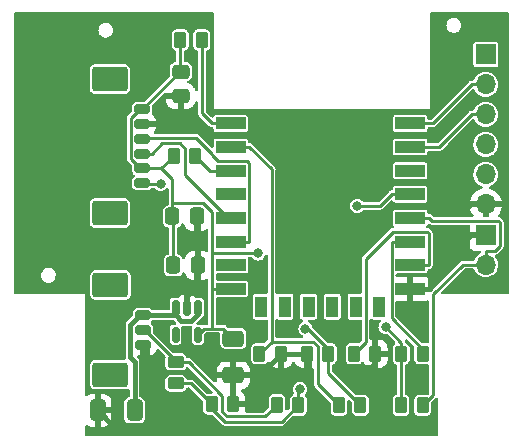
<source format=gbr>
%TF.GenerationSoftware,KiCad,Pcbnew,(6.0.4)*%
%TF.CreationDate,2022-03-25T23:20:21+00:00*%
%TF.ProjectId,IKEA Vindriktning Daughterboard,494b4541-2056-4696-9e64-72696b746e69,rev?*%
%TF.SameCoordinates,Original*%
%TF.FileFunction,Copper,L1,Top*%
%TF.FilePolarity,Positive*%
%FSLAX46Y46*%
G04 Gerber Fmt 4.6, Leading zero omitted, Abs format (unit mm)*
G04 Created by KiCad (PCBNEW (6.0.4)) date 2022-03-25 23:20:21*
%MOMM*%
%LPD*%
G01*
G04 APERTURE LIST*
G04 Aperture macros list*
%AMRoundRect*
0 Rectangle with rounded corners*
0 $1 Rounding radius*
0 $2 $3 $4 $5 $6 $7 $8 $9 X,Y pos of 4 corners*
0 Add a 4 corners polygon primitive as box body*
4,1,4,$2,$3,$4,$5,$6,$7,$8,$9,$2,$3,0*
0 Add four circle primitives for the rounded corners*
1,1,$1+$1,$2,$3*
1,1,$1+$1,$4,$5*
1,1,$1+$1,$6,$7*
1,1,$1+$1,$8,$9*
0 Add four rect primitives between the rounded corners*
20,1,$1+$1,$2,$3,$4,$5,0*
20,1,$1+$1,$4,$5,$6,$7,0*
20,1,$1+$1,$6,$7,$8,$9,0*
20,1,$1+$1,$8,$9,$2,$3,0*%
G04 Aperture macros list end*
%TA.AperFunction,SMDPad,CuDef*%
%ADD10R,2.500000X1.000000*%
%TD*%
%TA.AperFunction,SMDPad,CuDef*%
%ADD11R,1.000000X1.800000*%
%TD*%
%TA.AperFunction,SMDPad,CuDef*%
%ADD12RoundRect,0.200000X-0.450000X0.200000X-0.450000X-0.200000X0.450000X-0.200000X0.450000X0.200000X0*%
%TD*%
%TA.AperFunction,SMDPad,CuDef*%
%ADD13RoundRect,0.250001X-1.249999X0.799999X-1.249999X-0.799999X1.249999X-0.799999X1.249999X0.799999X0*%
%TD*%
%TA.AperFunction,ComponentPad*%
%ADD14R,1.700000X1.700000*%
%TD*%
%TA.AperFunction,ComponentPad*%
%ADD15O,1.700000X1.700000*%
%TD*%
%TA.AperFunction,SMDPad,CuDef*%
%ADD16RoundRect,0.250000X-0.262500X-0.450000X0.262500X-0.450000X0.262500X0.450000X-0.262500X0.450000X0*%
%TD*%
%TA.AperFunction,SMDPad,CuDef*%
%ADD17RoundRect,0.250000X-0.337500X-0.475000X0.337500X-0.475000X0.337500X0.475000X-0.337500X0.475000X0*%
%TD*%
%TA.AperFunction,SMDPad,CuDef*%
%ADD18RoundRect,0.250000X-0.450000X0.262500X-0.450000X-0.262500X0.450000X-0.262500X0.450000X0.262500X0*%
%TD*%
%TA.AperFunction,SMDPad,CuDef*%
%ADD19RoundRect,0.250000X-0.650000X0.412500X-0.650000X-0.412500X0.650000X-0.412500X0.650000X0.412500X0*%
%TD*%
%TA.AperFunction,SMDPad,CuDef*%
%ADD20RoundRect,0.250000X0.412500X0.650000X-0.412500X0.650000X-0.412500X-0.650000X0.412500X-0.650000X0*%
%TD*%
%TA.AperFunction,SMDPad,CuDef*%
%ADD21RoundRect,0.150000X-0.150000X0.512500X-0.150000X-0.512500X0.150000X-0.512500X0.150000X0.512500X0*%
%TD*%
%TA.AperFunction,SMDPad,CuDef*%
%ADD22RoundRect,0.250000X-0.475000X0.337500X-0.475000X-0.337500X0.475000X-0.337500X0.475000X0.337500X0*%
%TD*%
%TA.AperFunction,SMDPad,CuDef*%
%ADD23RoundRect,0.250000X0.262500X0.450000X-0.262500X0.450000X-0.262500X-0.450000X0.262500X-0.450000X0*%
%TD*%
%TA.AperFunction,ViaPad*%
%ADD24C,0.800000*%
%TD*%
%TA.AperFunction,Conductor*%
%ADD25C,0.250000*%
%TD*%
%TA.AperFunction,Conductor*%
%ADD26C,0.400000*%
%TD*%
G04 APERTURE END LIST*
D10*
%TO.P,U1,1,~{RST}*%
%TO.N,Net-(R2-Pad2)*%
X58400000Y-89500000D03*
%TO.P,U1,2,ADC*%
%TO.N,ADC*%
X58400000Y-91500000D03*
%TO.P,U1,3,EN*%
%TO.N,Net-(R1-Pad2)*%
X58400000Y-93500000D03*
%TO.P,U1,4,GPIO16*%
%TO.N,unconnected-(U1-Pad4)*%
X58400000Y-95500000D03*
%TO.P,U1,5,GPIO14*%
%TO.N,SDA*%
X58400000Y-97500000D03*
%TO.P,U1,6,GPIO12*%
%TO.N,SCL*%
X58400000Y-99500000D03*
%TO.P,U1,7,GPIO13*%
%TO.N,unconnected-(U1-Pad7)*%
X58400000Y-101500000D03*
%TO.P,U1,8,VCC*%
%TO.N,LDR_A*%
X58400000Y-103500000D03*
D11*
%TO.P,U1,9,CS0*%
%TO.N,unconnected-(U1-Pad9)*%
X61000000Y-105000000D03*
%TO.P,U1,10,MISO*%
%TO.N,unconnected-(U1-Pad10)*%
X63000000Y-105000000D03*
%TO.P,U1,11,GPIO9*%
%TO.N,unconnected-(U1-Pad11)*%
X65000000Y-105000000D03*
%TO.P,U1,12,GPIO10*%
%TO.N,unconnected-(U1-Pad12)*%
X67000000Y-105000000D03*
%TO.P,U1,13,MOSI*%
%TO.N,unconnected-(U1-Pad13)*%
X69000000Y-105000000D03*
%TO.P,U1,14,SCLK*%
%TO.N,unconnected-(U1-Pad14)*%
X71000000Y-105000000D03*
D10*
%TO.P,U1,15,GND*%
%TO.N,GND*%
X73600000Y-103500000D03*
%TO.P,U1,16,GPIO15*%
%TO.N,Net-(R4-Pad1)*%
X73600000Y-101500000D03*
%TO.P,U1,17,GPIO2*%
%TO.N,Net-(R5-Pad2)*%
X73600000Y-99500000D03*
%TO.P,U1,18,GPIO0*%
%TO.N,Net-(J4-Pad2)*%
X73600000Y-97500000D03*
%TO.P,U1,19,GPIO4*%
%TO.N,SensorIn*%
X73600000Y-95500000D03*
%TO.P,U1,20,GPIO5*%
%TO.N,unconnected-(U1-Pad20)*%
X73600000Y-93500000D03*
%TO.P,U1,21,GPIO3/RXD*%
%TO.N,RXD*%
X73600000Y-91500000D03*
%TO.P,U1,22,GPIO1/TXD*%
%TO.N,TXD*%
X73600000Y-89500000D03*
%TD*%
D12*
%TO.P,J2,1,Pin_1*%
%TO.N,+5V*%
X50975000Y-105725000D03*
%TO.P,J2,2,Pin_2*%
%TO.N,Net-(J2-Pad2)*%
X50975000Y-106975000D03*
%TO.P,J2,3,Pin_3*%
%TO.N,GND*%
X50975000Y-108225000D03*
D13*
%TO.P,J2,MP*%
%TO.N,N/C*%
X48225000Y-103175000D03*
X48225000Y-110775000D03*
%TD*%
D14*
%TO.P,J1,1,Pin_1*%
%TO.N,unconnected-(J1-Pad1)*%
X80000000Y-83650000D03*
D15*
%TO.P,J1,2,Pin_2*%
%TO.N,TXD*%
X80000000Y-86190000D03*
%TO.P,J1,3,Pin_3*%
%TO.N,RXD*%
X80000000Y-88730000D03*
%TO.P,J1,4,Pin_4*%
%TO.N,LDR_A*%
X80000000Y-91270000D03*
%TO.P,J1,5,Pin_5*%
%TO.N,unconnected-(J1-Pad5)*%
X80000000Y-93810000D03*
%TO.P,J1,6,Pin_6*%
%TO.N,GND*%
X80000000Y-96350000D03*
%TD*%
D12*
%TO.P,J3,1,Pin_1*%
%TO.N,LDR_A*%
X50925000Y-88300000D03*
%TO.P,J3,2,Pin_2*%
%TO.N,GND*%
X50925000Y-89550000D03*
%TO.P,J3,3,Pin_3*%
%TO.N,SCL*%
X50925000Y-90800000D03*
%TO.P,J3,4,Pin_4*%
%TO.N,SDA*%
X50925000Y-92050000D03*
%TO.P,J3,5,Pin_5*%
%TO.N,LDR_A*%
X50925000Y-93300000D03*
%TO.P,J3,6,Pin_6*%
%TO.N,LDR_B*%
X50925000Y-94550000D03*
D13*
%TO.P,J3,MP*%
%TO.N,N/C*%
X48175000Y-97100000D03*
X48175000Y-85750000D03*
%TD*%
D16*
%TO.P,R8,1*%
%TO.N,Net-(J2-Pad2)*%
X62317500Y-113330000D03*
%TO.P,R8,2*%
%TO.N,SensorIn*%
X64142500Y-113330000D03*
%TD*%
%TO.P,R4,1*%
%TO.N,Net-(R4-Pad1)*%
X68837500Y-109000000D03*
%TO.P,R4,2*%
%TO.N,GND*%
X70662500Y-109000000D03*
%TD*%
%TO.P,R7,1*%
%TO.N,SensorIn*%
X56787500Y-113275000D03*
%TO.P,R7,2*%
%TO.N,GND*%
X58612500Y-113275000D03*
%TD*%
%TO.P,R2,1*%
%TO.N,LDR_A*%
X54137500Y-82425000D03*
%TO.P,R2,2*%
%TO.N,Net-(R2-Pad2)*%
X55962500Y-82425000D03*
%TD*%
%TO.P,R5,1*%
%TO.N,LDR_A*%
X72837500Y-109000000D03*
%TO.P,R5,2*%
%TO.N,Net-(R5-Pad2)*%
X74662500Y-109000000D03*
%TD*%
D17*
%TO.P,C1,1*%
%TO.N,LDR_A*%
X53542500Y-101520000D03*
%TO.P,C1,2*%
%TO.N,GND*%
X55617500Y-101520000D03*
%TD*%
D16*
%TO.P,R1,1*%
%TO.N,LDR_A*%
X53587500Y-92250000D03*
%TO.P,R1,2*%
%TO.N,Net-(R1-Pad2)*%
X55412500Y-92250000D03*
%TD*%
D18*
%TO.P,R6,1*%
%TO.N,Net-(J2-Pad2)*%
X53775000Y-109687500D03*
%TO.P,R6,2*%
%TO.N,SensorIn*%
X53775000Y-111512500D03*
%TD*%
D16*
%TO.P,R3,1*%
%TO.N,LDR_A*%
X72827500Y-113380000D03*
%TO.P,R3,2*%
%TO.N,Net-(J4-Pad2)*%
X74652500Y-113380000D03*
%TD*%
D19*
%TO.P,C3,1*%
%TO.N,LDR_A*%
X58625000Y-107712500D03*
%TO.P,C3,2*%
%TO.N,GND*%
X58625000Y-110837500D03*
%TD*%
D20*
%TO.P,C2,1*%
%TO.N,+5V*%
X50262500Y-113800000D03*
%TO.P,C2,2*%
%TO.N,GND*%
X47137500Y-113800000D03*
%TD*%
D21*
%TO.P,U2,1,VIN*%
%TO.N,+5V*%
X55637500Y-105112500D03*
%TO.P,U2,2,GND*%
%TO.N,GND*%
X54687500Y-105112500D03*
%TO.P,U2,3,EN*%
%TO.N,+5V*%
X53737500Y-105112500D03*
%TO.P,U2,4,NC*%
%TO.N,unconnected-(U2-Pad4)*%
X53737500Y-107387500D03*
%TO.P,U2,5,VOUT*%
%TO.N,LDR_A*%
X55637500Y-107387500D03*
%TD*%
D14*
%TO.P,J4,1,Pin_1*%
%TO.N,GND*%
X80000000Y-98910000D03*
D15*
%TO.P,J4,2,Pin_2*%
%TO.N,Net-(J4-Pad2)*%
X80000000Y-101450000D03*
%TD*%
D22*
%TO.P,C4,1*%
%TO.N,LDR_A*%
X54175000Y-85112500D03*
%TO.P,C4,2*%
%TO.N,GND*%
X54175000Y-87187500D03*
%TD*%
D17*
%TO.P,C5,1*%
%TO.N,LDR_A*%
X53472500Y-97370000D03*
%TO.P,C5,2*%
%TO.N,GND*%
X55547500Y-97370000D03*
%TD*%
D23*
%TO.P,R9,1*%
%TO.N,LDR_B*%
X69392500Y-113360000D03*
%TO.P,R9,2*%
%TO.N,ADC*%
X67567500Y-113360000D03*
%TD*%
D16*
%TO.P,R10,1*%
%TO.N,ADC*%
X60837500Y-109000000D03*
%TO.P,R10,2*%
%TO.N,GND*%
X62662500Y-109000000D03*
%TD*%
D23*
%TO.P,R11,1*%
%TO.N,LDR_B*%
X66662500Y-109000000D03*
%TO.P,R11,2*%
%TO.N,GND*%
X64837500Y-109000000D03*
%TD*%
D24*
%TO.N,GND*%
X55483000Y-103347700D03*
%TO.N,LDR_A*%
X60721800Y-100500000D03*
X71515300Y-106736400D03*
%TO.N,SensorIn*%
X64268400Y-112015600D03*
X69107000Y-96481100D03*
%TO.N,LDR_B*%
X64729200Y-106874100D03*
X52461700Y-94606600D03*
%TD*%
D25*
%TO.N,Net-(R5-Pad2)*%
X74662500Y-108648900D02*
X72024700Y-106011100D01*
X72024700Y-106011100D02*
X72024700Y-99500000D01*
X73600000Y-99500000D02*
X72024700Y-99500000D01*
X74662500Y-109000000D02*
X74662500Y-108648900D01*
%TO.N,Net-(R4-Pad1)*%
X73600000Y-101500000D02*
X75175300Y-101500000D01*
X69825400Y-101011500D02*
X72162300Y-98674600D01*
X75175300Y-98817800D02*
X75175300Y-101500000D01*
X69825400Y-108012100D02*
X69825400Y-101011500D01*
X72162300Y-98674600D02*
X75032100Y-98674600D01*
X68837500Y-109000000D02*
X69825400Y-108012100D01*
X75032100Y-98674600D02*
X75175300Y-98817800D01*
D26*
%TO.N,GND*%
X70321000Y-110101400D02*
X68283500Y-110101400D01*
X75250300Y-103500000D02*
X75250300Y-102409400D01*
X68283500Y-110101400D02*
X67922600Y-109740500D01*
X51336600Y-108586600D02*
X50975000Y-108225000D01*
X78500100Y-96599600D02*
X78749700Y-96350000D01*
X56390300Y-90599600D02*
X55340700Y-89550000D01*
X80000000Y-96350000D02*
X78749700Y-96350000D01*
X60825000Y-110837500D02*
X58625000Y-110837500D01*
X67922600Y-109740500D02*
X67922600Y-98701000D01*
X70321000Y-110101400D02*
X70321000Y-114103500D01*
X70662500Y-109759900D02*
X70321000Y-110101400D01*
X67922600Y-98701000D02*
X70079500Y-98701000D01*
X80000000Y-98910000D02*
X78749700Y-98910000D01*
X55617500Y-97440000D02*
X55617500Y-101520000D01*
X55340700Y-89550000D02*
X54175000Y-89550000D01*
X69960500Y-114464000D02*
X65072500Y-114464000D01*
X47137500Y-113800000D02*
X48472900Y-115135400D01*
X70662500Y-109000000D02*
X70662500Y-109759900D01*
X65072500Y-114464000D02*
X65072500Y-109235000D01*
X65072500Y-114464000D02*
X64242600Y-115293900D01*
X55617500Y-101520000D02*
X55483000Y-101654500D01*
X58612500Y-110850000D02*
X58625000Y-110837500D01*
X55483000Y-101654500D02*
X55483000Y-103347700D01*
X50917200Y-115135400D02*
X51336600Y-114716000D01*
X59821200Y-90599600D02*
X56390300Y-90599600D01*
X58612500Y-113275000D02*
X58612500Y-110850000D01*
X54687500Y-104143200D02*
X54687500Y-105112500D01*
X64242600Y-115293900D02*
X51914500Y-115293900D01*
X55547500Y-97370000D02*
X55617500Y-97440000D01*
X62662500Y-109000000D02*
X60825000Y-110837500D01*
X51914500Y-115293900D02*
X51336600Y-114716000D01*
X62662500Y-109000000D02*
X64837500Y-109000000D01*
X54175000Y-89550000D02*
X50925000Y-89550000D01*
X72180900Y-96599600D02*
X78500100Y-96599600D01*
X73600000Y-103500000D02*
X75250300Y-103500000D01*
X70321000Y-114103500D02*
X69960500Y-114464000D01*
X75250300Y-102409400D02*
X78749700Y-98910000D01*
X55483000Y-103347700D02*
X54687500Y-104143200D01*
X51336600Y-114716000D02*
X51336600Y-108586600D01*
X48472900Y-115135400D02*
X50917200Y-115135400D01*
X67922600Y-98701000D02*
X59821200Y-90599600D01*
X54175000Y-87187500D02*
X54175000Y-89550000D01*
X70079500Y-98701000D02*
X72180900Y-96599600D01*
X65072500Y-109235000D02*
X64837500Y-109000000D01*
D25*
%TO.N,LDR_A*%
X56824600Y-100500000D02*
X56824600Y-97010000D01*
X72827500Y-109010000D02*
X72837500Y-109000000D01*
X52537500Y-93300000D02*
X53587500Y-92250000D01*
X50758000Y-93300000D02*
X49932700Y-92474700D01*
X56824700Y-103500000D02*
X56824700Y-100500000D01*
X56824700Y-103500000D02*
X56824700Y-106872700D01*
X54137500Y-85075000D02*
X54137500Y-82425000D01*
X55637500Y-107387500D02*
X56152300Y-106872700D01*
X50925000Y-93300000D02*
X52537500Y-93300000D01*
X71515300Y-106736400D02*
X72837500Y-108058600D01*
X56152300Y-106872700D02*
X56824700Y-106872700D01*
X57785200Y-106872700D02*
X58625000Y-107712500D01*
X53472500Y-94235000D02*
X52537500Y-93300000D01*
X53472500Y-97370000D02*
X53472500Y-96264200D01*
X56824700Y-106872700D02*
X57785200Y-106872700D01*
X53542500Y-101520000D02*
X53542500Y-97440000D01*
X56824700Y-100500000D02*
X60721800Y-100500000D01*
X50925000Y-88300000D02*
X54112500Y-85112500D01*
X49932700Y-92474700D02*
X49932700Y-89067500D01*
X58400000Y-103500000D02*
X56824700Y-103500000D01*
X53472500Y-96264200D02*
X53472500Y-94235000D01*
X72827500Y-113380000D02*
X72827500Y-109010000D01*
X54112500Y-85112500D02*
X54175000Y-85112500D01*
X56824700Y-100500000D02*
X56824600Y-100500000D01*
X53542500Y-97440000D02*
X53472500Y-97370000D01*
X56078800Y-96264200D02*
X53472500Y-96264200D01*
X49932700Y-89067500D02*
X50700200Y-88300000D01*
X56824600Y-97010000D02*
X56078800Y-96264200D01*
X50700200Y-88300000D02*
X50925000Y-88300000D01*
X72837500Y-108058600D02*
X72837500Y-109000000D01*
X54175000Y-85112500D02*
X54137500Y-85075000D01*
X50925000Y-93300000D02*
X50758000Y-93300000D01*
%TO.N,Net-(R1-Pad2)*%
X55412500Y-92250000D02*
X56662500Y-93500000D01*
X56662500Y-93500000D02*
X58400000Y-93500000D01*
%TO.N,Net-(R2-Pad2)*%
X55962500Y-82425000D02*
X55962500Y-88637800D01*
X58400000Y-89500000D02*
X56824700Y-89500000D01*
X55962500Y-88637800D02*
X56824700Y-89500000D01*
%TO.N,Net-(J2-Pad2)*%
X54840000Y-109687500D02*
X53775000Y-109687500D01*
X58118700Y-114310400D02*
X57700000Y-113891700D01*
X62317500Y-113330000D02*
X61337100Y-114310400D01*
X61337100Y-114310400D02*
X58118700Y-114310400D01*
X53775000Y-109687500D02*
X53775000Y-109630800D01*
X57700000Y-113891700D02*
X57700000Y-112547500D01*
X53775000Y-109630800D02*
X51119200Y-106975000D01*
X51119200Y-106975000D02*
X50975000Y-106975000D01*
X57700000Y-112547500D02*
X54840000Y-109687500D01*
%TO.N,SensorIn*%
X72024700Y-95500000D02*
X71043600Y-96481100D01*
X53775000Y-111512500D02*
X55025000Y-111512500D01*
X55025000Y-111512500D02*
X56787500Y-113275000D01*
X71043600Y-96481100D02*
X69107000Y-96481100D01*
X56787500Y-113635100D02*
X57913400Y-114761000D01*
X62711500Y-114761000D02*
X64142500Y-113330000D01*
X64142500Y-112141500D02*
X64268400Y-112015600D01*
X73600000Y-95500000D02*
X72024700Y-95500000D01*
X57913400Y-114761000D02*
X62711500Y-114761000D01*
X56787500Y-113275000D02*
X56787500Y-113635100D01*
X64142500Y-113330000D02*
X64142500Y-112141500D01*
%TO.N,Net-(J4-Pad2)*%
X73600000Y-97500000D02*
X75175300Y-97500000D01*
X80000000Y-100274700D02*
X80808000Y-100274700D01*
X80000000Y-101450000D02*
X80000000Y-100274700D01*
X80808000Y-100274700D02*
X81175400Y-99907300D01*
X81175400Y-97876400D02*
X81033600Y-97734600D01*
X78059500Y-101450000D02*
X80000000Y-101450000D01*
X75409900Y-97734600D02*
X75175300Y-97500000D01*
X75548000Y-103961500D02*
X78059500Y-101450000D01*
X75548000Y-112484500D02*
X75548000Y-103961500D01*
X81175400Y-99907300D02*
X81175400Y-97876400D01*
X81033600Y-97734600D02*
X75409900Y-97734600D01*
X74652500Y-113380000D02*
X75548000Y-112484500D01*
D26*
%TO.N,+5V*%
X53737500Y-105725000D02*
X54226000Y-106213500D01*
X50723600Y-105725000D02*
X50975000Y-105725000D01*
X55637500Y-105645000D02*
X55637500Y-105112500D01*
X50262500Y-113800000D02*
X50262500Y-109662400D01*
X53737500Y-105112500D02*
X53737500Y-105725000D01*
X53737500Y-105725000D02*
X50975000Y-105725000D01*
X49899600Y-109299500D02*
X49899600Y-106549000D01*
X50262500Y-109662400D02*
X49899600Y-109299500D01*
X49899600Y-106549000D02*
X50723600Y-105725000D01*
X55069000Y-106213500D02*
X55637500Y-105645000D01*
X54226000Y-106213500D02*
X55069000Y-106213500D01*
D25*
%TO.N,SDA*%
X51757300Y-92050000D02*
X50925000Y-92050000D01*
X58400000Y-97500000D02*
X58176500Y-97500000D01*
X58176500Y-97500000D02*
X54500000Y-93823500D01*
X54071000Y-91194100D02*
X52613200Y-91194100D01*
X54500000Y-93823500D02*
X54500000Y-91623100D01*
X52613200Y-91194100D02*
X51757300Y-92050000D01*
X54500000Y-91623100D02*
X54071000Y-91194100D01*
%TO.N,SCL*%
X50990500Y-90734500D02*
X50925000Y-90800000D01*
X55482400Y-90734500D02*
X50990500Y-90734500D01*
X59975300Y-99500000D02*
X59975300Y-92848500D01*
X59975300Y-92848500D02*
X59801400Y-92674600D01*
X59801400Y-92674600D02*
X57350100Y-92674600D01*
X57350100Y-92674600D02*
X56824600Y-92149100D01*
X56824600Y-92076700D02*
X55482400Y-90734500D01*
X58400000Y-99500000D02*
X59975300Y-99500000D01*
X56824600Y-92149100D02*
X56824600Y-92076700D01*
%TO.N,RXD*%
X78824700Y-88730000D02*
X76054700Y-91500000D01*
X76054700Y-91500000D02*
X73600000Y-91500000D01*
X80000000Y-88730000D02*
X78824700Y-88730000D01*
%TO.N,TXD*%
X78824700Y-86190000D02*
X75514700Y-89500000D01*
X80000000Y-86190000D02*
X78824700Y-86190000D01*
X75514700Y-89500000D02*
X73600000Y-89500000D01*
%TO.N,LDR_B*%
X52461700Y-94606600D02*
X50981600Y-94606600D01*
X64949700Y-106874100D02*
X64729200Y-106874100D01*
X69392500Y-113360000D02*
X66662500Y-110630000D01*
X66662500Y-109000000D02*
X66662500Y-108586900D01*
X66662500Y-108586900D02*
X64949700Y-106874100D01*
X50981600Y-94606600D02*
X50925000Y-94550000D01*
X66662500Y-110630000D02*
X66662500Y-109000000D01*
%TO.N,ADC*%
X58400000Y-91500000D02*
X59975300Y-91500000D01*
X61869600Y-93394300D02*
X59975300Y-91500000D01*
X60837500Y-109000000D02*
X61869600Y-107967900D01*
X61869600Y-107967900D02*
X65406600Y-107967900D01*
X65758300Y-111550800D02*
X67567500Y-113360000D01*
X61869600Y-107967900D02*
X61869600Y-93394300D01*
X65758300Y-108319600D02*
X65758300Y-111550800D01*
X65406600Y-107967900D02*
X65758300Y-108319600D01*
%TD*%
%TA.AperFunction,Conductor*%
%TO.N,GND*%
G36*
X56942121Y-80070502D02*
G01*
X56988614Y-80124158D01*
X57000000Y-80176500D01*
X57000000Y-88250000D01*
X75250000Y-88250000D01*
X75250000Y-84519748D01*
X78949500Y-84519748D01*
X78950707Y-84525816D01*
X78954994Y-84547366D01*
X78961133Y-84578231D01*
X79005448Y-84644552D01*
X79071769Y-84688867D01*
X79083938Y-84691288D01*
X79083939Y-84691288D01*
X79114054Y-84697278D01*
X79130252Y-84700500D01*
X80869748Y-84700500D01*
X80885946Y-84697278D01*
X80916061Y-84691288D01*
X80916062Y-84691288D01*
X80928231Y-84688867D01*
X80994552Y-84644552D01*
X81038867Y-84578231D01*
X81045007Y-84547366D01*
X81049293Y-84525816D01*
X81050500Y-84519748D01*
X81050500Y-82780252D01*
X81038867Y-82721769D01*
X80994552Y-82655448D01*
X80928231Y-82611133D01*
X80916062Y-82608712D01*
X80916061Y-82608712D01*
X80875816Y-82600707D01*
X80869748Y-82599500D01*
X79130252Y-82599500D01*
X79124184Y-82600707D01*
X79083939Y-82608712D01*
X79083938Y-82608712D01*
X79071769Y-82611133D01*
X79005448Y-82655448D01*
X78961133Y-82721769D01*
X78949500Y-82780252D01*
X78949500Y-84519748D01*
X75250000Y-84519748D01*
X75250000Y-81193391D01*
X76662934Y-81193391D01*
X76663664Y-81200000D01*
X76679573Y-81344112D01*
X76731685Y-81486514D01*
X76735922Y-81492820D01*
X76735924Y-81492823D01*
X76757398Y-81524779D01*
X76816260Y-81612374D01*
X76928415Y-81714428D01*
X76935092Y-81718053D01*
X76935093Y-81718054D01*
X77054999Y-81783158D01*
X77055001Y-81783159D01*
X77061676Y-81786783D01*
X77069025Y-81788711D01*
X77201000Y-81823334D01*
X77201002Y-81823334D01*
X77208350Y-81825262D01*
X77289737Y-81826541D01*
X77352371Y-81827525D01*
X77352374Y-81827525D01*
X77359968Y-81827644D01*
X77419279Y-81814060D01*
X77500379Y-81795486D01*
X77500382Y-81795485D01*
X77507778Y-81793791D01*
X77514555Y-81790382D01*
X77514559Y-81790381D01*
X77636460Y-81729070D01*
X77643246Y-81725657D01*
X77728493Y-81652850D01*
X77752778Y-81632109D01*
X77752780Y-81632106D01*
X77758552Y-81627177D01*
X77847038Y-81504035D01*
X77851545Y-81492823D01*
X77900764Y-81370389D01*
X77900765Y-81370387D01*
X77903597Y-81363341D01*
X77924963Y-81213217D01*
X77925101Y-81200000D01*
X77924302Y-81193391D01*
X77910794Y-81081772D01*
X77906884Y-81049461D01*
X77853284Y-80907613D01*
X77767396Y-80782645D01*
X77654178Y-80681772D01*
X77520166Y-80610816D01*
X77373098Y-80573875D01*
X77365500Y-80573835D01*
X77365498Y-80573835D01*
X77302145Y-80573503D01*
X77221463Y-80573081D01*
X77214083Y-80574853D01*
X77214081Y-80574853D01*
X77081401Y-80606707D01*
X77074016Y-80608480D01*
X76939269Y-80678029D01*
X76825001Y-80777711D01*
X76737809Y-80901773D01*
X76682726Y-81043052D01*
X76681734Y-81050585D01*
X76681734Y-81050586D01*
X76677464Y-81083023D01*
X76662934Y-81193391D01*
X75250000Y-81193391D01*
X75250000Y-80176500D01*
X75270002Y-80108379D01*
X75323658Y-80061886D01*
X75376000Y-80050500D01*
X81823500Y-80050500D01*
X81891621Y-80070502D01*
X81938114Y-80124158D01*
X81949500Y-80176500D01*
X81949500Y-103823500D01*
X81929498Y-103891621D01*
X81875842Y-103938114D01*
X81823500Y-103949500D01*
X76324516Y-103949500D01*
X76256395Y-103929498D01*
X76209902Y-103875842D01*
X76199798Y-103805568D01*
X76229292Y-103740988D01*
X76235421Y-103734405D01*
X77114379Y-102855448D01*
X78157422Y-101812405D01*
X78219734Y-101778379D01*
X78246517Y-101775500D01*
X78909211Y-101775500D01*
X78977332Y-101795502D01*
X79021278Y-101843906D01*
X79076574Y-101951500D01*
X79112712Y-102021818D01*
X79240677Y-102183270D01*
X79397564Y-102316791D01*
X79402942Y-102319797D01*
X79402944Y-102319798D01*
X79412184Y-102324962D01*
X79577398Y-102417297D01*
X79655023Y-102442519D01*
X79767471Y-102479056D01*
X79767475Y-102479057D01*
X79773329Y-102480959D01*
X79977894Y-102505351D01*
X79984029Y-102504879D01*
X79984031Y-102504879D01*
X80040039Y-102500569D01*
X80183300Y-102489546D01*
X80189230Y-102487890D01*
X80189232Y-102487890D01*
X80349143Y-102443242D01*
X80381725Y-102434145D01*
X80387214Y-102431372D01*
X80387220Y-102431370D01*
X80541591Y-102353391D01*
X80565610Y-102341258D01*
X80584500Y-102326500D01*
X80671691Y-102258379D01*
X80727951Y-102214424D01*
X80733338Y-102208184D01*
X80858540Y-102063134D01*
X80858540Y-102063133D01*
X80862564Y-102058472D01*
X80866365Y-102051782D01*
X80913253Y-101969244D01*
X80964323Y-101879344D01*
X81029351Y-101683863D01*
X81055171Y-101479474D01*
X81055583Y-101450000D01*
X81035480Y-101244970D01*
X80975935Y-101047749D01*
X80879218Y-100865849D01*
X80875322Y-100861072D01*
X80875318Y-100861066D01*
X80820162Y-100793439D01*
X80792607Y-100728008D01*
X80804802Y-100658066D01*
X80852874Y-100605821D01*
X80895925Y-100589717D01*
X80910191Y-100587202D01*
X80910192Y-100587202D01*
X80921045Y-100585288D01*
X80930589Y-100579778D01*
X80933866Y-100578585D01*
X80937034Y-100577108D01*
X80947684Y-100574254D01*
X80978544Y-100552645D01*
X80987815Y-100546739D01*
X81010906Y-100533407D01*
X81020455Y-100527894D01*
X81044685Y-100499017D01*
X81052111Y-100490915D01*
X81391615Y-100151411D01*
X81399719Y-100143984D01*
X81420149Y-100126841D01*
X81428594Y-100119755D01*
X81447340Y-100087286D01*
X81447439Y-100087115D01*
X81453345Y-100077844D01*
X81468630Y-100056015D01*
X81474954Y-100046984D01*
X81477808Y-100036334D01*
X81479285Y-100033166D01*
X81480477Y-100029890D01*
X81485988Y-100020345D01*
X81492530Y-99983242D01*
X81494909Y-99972510D01*
X81494964Y-99972304D01*
X81504664Y-99936107D01*
X81502814Y-99914956D01*
X81501380Y-99898572D01*
X81500900Y-99887590D01*
X81500900Y-97896098D01*
X81501380Y-97885116D01*
X81503702Y-97858580D01*
X81503702Y-97858578D01*
X81504663Y-97847593D01*
X81501430Y-97835526D01*
X81494912Y-97811204D01*
X81492532Y-97800469D01*
X81487902Y-97774212D01*
X81485988Y-97763355D01*
X81480476Y-97753807D01*
X81479283Y-97750530D01*
X81477806Y-97747362D01*
X81474953Y-97736716D01*
X81453342Y-97705852D01*
X81447438Y-97696584D01*
X81434104Y-97673489D01*
X81428594Y-97663945D01*
X81399730Y-97639725D01*
X81391627Y-97632300D01*
X81277704Y-97518378D01*
X81270277Y-97510273D01*
X81253141Y-97489851D01*
X81246055Y-97481406D01*
X81236506Y-97475893D01*
X81213415Y-97462561D01*
X81204144Y-97456655D01*
X81182315Y-97441370D01*
X81173284Y-97435046D01*
X81162634Y-97432192D01*
X81159466Y-97430715D01*
X81156190Y-97429523D01*
X81146645Y-97424012D01*
X81125671Y-97420314D01*
X81062059Y-97388786D01*
X81025590Y-97327871D01*
X81027843Y-97256910D01*
X81045230Y-97222702D01*
X81165003Y-97056020D01*
X81170313Y-97047183D01*
X81264670Y-96856267D01*
X81268469Y-96846672D01*
X81330377Y-96642910D01*
X81332555Y-96632837D01*
X81333986Y-96621962D01*
X81331775Y-96607778D01*
X81318617Y-96604000D01*
X80272115Y-96604000D01*
X80256876Y-96608475D01*
X80255671Y-96609865D01*
X80254000Y-96617548D01*
X80254000Y-97283100D01*
X80233998Y-97351221D01*
X80180342Y-97397714D01*
X80128000Y-97409100D01*
X79872000Y-97409100D01*
X79803879Y-97389098D01*
X79757386Y-97335442D01*
X79746000Y-97283100D01*
X79746000Y-96622115D01*
X79741525Y-96606876D01*
X79740135Y-96605671D01*
X79732452Y-96604000D01*
X78683225Y-96604000D01*
X78669694Y-96607973D01*
X78668257Y-96617966D01*
X78698565Y-96752446D01*
X78701645Y-96762275D01*
X78781770Y-96959603D01*
X78786413Y-96968794D01*
X78897694Y-97150388D01*
X78903772Y-97158692D01*
X78940076Y-97200602D01*
X78969559Y-97265187D01*
X78959445Y-97335460D01*
X78912943Y-97389108D01*
X78844839Y-97409100D01*
X75596916Y-97409100D01*
X75528795Y-97389098D01*
X75507821Y-97372195D01*
X75419411Y-97283785D01*
X75411984Y-97275681D01*
X75394841Y-97255251D01*
X75394842Y-97255251D01*
X75387755Y-97246806D01*
X75378206Y-97241293D01*
X75355115Y-97227961D01*
X75345844Y-97222055D01*
X75324015Y-97206770D01*
X75314984Y-97200446D01*
X75304334Y-97197592D01*
X75301166Y-97196115D01*
X75297890Y-97194923D01*
X75288345Y-97189412D01*
X75254601Y-97183462D01*
X75251242Y-97182870D01*
X75240515Y-97180492D01*
X75204107Y-97170736D01*
X75187483Y-97172191D01*
X75117880Y-97158204D01*
X75066886Y-97108807D01*
X75050500Y-97046671D01*
X75050500Y-96980252D01*
X75038867Y-96921769D01*
X74994552Y-96855448D01*
X74928231Y-96811133D01*
X74916062Y-96808712D01*
X74916061Y-96808712D01*
X74875816Y-96800707D01*
X74869748Y-96799500D01*
X72330252Y-96799500D01*
X72324184Y-96800707D01*
X72283939Y-96808712D01*
X72283938Y-96808712D01*
X72271769Y-96811133D01*
X72205448Y-96855448D01*
X72161133Y-96921769D01*
X72149500Y-96980252D01*
X72149500Y-98019748D01*
X72150707Y-98025816D01*
X72158080Y-98062881D01*
X72161133Y-98078231D01*
X72168026Y-98088547D01*
X72205448Y-98144552D01*
X72204386Y-98145261D01*
X72232165Y-98196133D01*
X72227100Y-98266948D01*
X72184553Y-98323784D01*
X72132995Y-98343481D01*
X72133492Y-98345336D01*
X72097085Y-98355092D01*
X72086358Y-98357470D01*
X72082999Y-98358062D01*
X72049255Y-98364012D01*
X72039710Y-98369523D01*
X72036434Y-98370715D01*
X72033266Y-98372192D01*
X72022616Y-98375046D01*
X72013585Y-98381370D01*
X71991756Y-98396655D01*
X71982485Y-98402561D01*
X71959394Y-98415893D01*
X71949845Y-98421406D01*
X71942759Y-98429851D01*
X71925615Y-98450282D01*
X71918189Y-98458385D01*
X69609185Y-100767389D01*
X69601081Y-100774816D01*
X69572206Y-100799045D01*
X69566693Y-100808594D01*
X69553361Y-100831685D01*
X69547455Y-100840956D01*
X69525846Y-100871816D01*
X69522992Y-100882466D01*
X69521515Y-100885634D01*
X69520323Y-100888910D01*
X69514812Y-100898455D01*
X69509553Y-100928282D01*
X69508270Y-100935558D01*
X69505892Y-100946285D01*
X69496136Y-100982693D01*
X69497097Y-100993678D01*
X69497097Y-100993680D01*
X69499420Y-101020228D01*
X69499900Y-101031210D01*
X69499900Y-103773500D01*
X69479898Y-103841621D01*
X69426242Y-103888114D01*
X69373900Y-103899500D01*
X68480252Y-103899500D01*
X68474184Y-103900707D01*
X68433939Y-103908712D01*
X68433938Y-103908712D01*
X68421769Y-103911133D01*
X68355448Y-103955448D01*
X68311133Y-104021769D01*
X68299500Y-104080252D01*
X68299500Y-105919748D01*
X68311133Y-105978231D01*
X68355448Y-106044552D01*
X68421769Y-106088867D01*
X68433938Y-106091288D01*
X68433939Y-106091288D01*
X68474184Y-106099293D01*
X68480252Y-106100500D01*
X69373900Y-106100500D01*
X69442021Y-106120502D01*
X69488514Y-106174158D01*
X69499900Y-106226500D01*
X69499900Y-107825084D01*
X69479898Y-107893205D01*
X69462995Y-107914179D01*
X69306592Y-108070582D01*
X69244280Y-108104608D01*
X69191291Y-108104561D01*
X69185369Y-108102481D01*
X69153834Y-108099500D01*
X68521166Y-108099500D01*
X68503248Y-108101194D01*
X68497278Y-108101758D01*
X68497277Y-108101758D01*
X68489631Y-108102481D01*
X68361816Y-108147366D01*
X68354246Y-108152958D01*
X68354243Y-108152959D01*
X68303978Y-108190086D01*
X68252850Y-108227850D01*
X68247258Y-108235421D01*
X68177959Y-108329243D01*
X68177958Y-108329246D01*
X68172366Y-108336816D01*
X68127481Y-108464631D01*
X68124500Y-108496166D01*
X68124500Y-109503834D01*
X68124778Y-109506773D01*
X68124778Y-109506777D01*
X68126454Y-109524501D01*
X68127481Y-109535369D01*
X68172366Y-109663184D01*
X68177958Y-109670754D01*
X68177959Y-109670757D01*
X68227450Y-109737761D01*
X68252850Y-109772150D01*
X68260421Y-109777742D01*
X68354243Y-109847041D01*
X68354246Y-109847042D01*
X68361816Y-109852634D01*
X68489631Y-109897519D01*
X68497277Y-109898242D01*
X68497278Y-109898242D01*
X68501997Y-109898688D01*
X68521166Y-109900500D01*
X69153834Y-109900500D01*
X69173003Y-109898688D01*
X69177722Y-109898242D01*
X69177723Y-109898242D01*
X69185369Y-109897519D01*
X69313184Y-109852634D01*
X69320754Y-109847042D01*
X69320757Y-109847041D01*
X69414579Y-109777742D01*
X69422150Y-109772150D01*
X69447550Y-109737761D01*
X69475209Y-109700315D01*
X69531771Y-109657404D01*
X69602552Y-109651885D01*
X69665082Y-109685510D01*
X69696084Y-109735300D01*
X69706587Y-109766782D01*
X69712761Y-109779962D01*
X69798063Y-109917807D01*
X69807099Y-109929208D01*
X69921829Y-110043739D01*
X69933240Y-110052751D01*
X70071243Y-110137816D01*
X70084424Y-110143963D01*
X70238710Y-110195138D01*
X70252086Y-110198005D01*
X70346438Y-110207672D01*
X70352854Y-110208000D01*
X70390385Y-110208000D01*
X70405624Y-110203525D01*
X70406829Y-110202135D01*
X70408500Y-110194452D01*
X70408500Y-110189884D01*
X70916500Y-110189884D01*
X70920975Y-110205123D01*
X70922365Y-110206328D01*
X70930048Y-110207999D01*
X70972095Y-110207999D01*
X70978614Y-110207662D01*
X71074206Y-110197743D01*
X71087600Y-110194851D01*
X71241784Y-110143412D01*
X71254962Y-110137239D01*
X71392807Y-110051937D01*
X71404208Y-110042901D01*
X71518739Y-109928171D01*
X71527751Y-109916760D01*
X71612816Y-109778757D01*
X71618963Y-109765576D01*
X71670138Y-109611290D01*
X71673005Y-109597914D01*
X71682672Y-109503562D01*
X71683000Y-109497146D01*
X71683000Y-109272115D01*
X71678525Y-109256876D01*
X71677135Y-109255671D01*
X71669452Y-109254000D01*
X70934615Y-109254000D01*
X70919376Y-109258475D01*
X70918171Y-109259865D01*
X70916500Y-109267548D01*
X70916500Y-110189884D01*
X70408500Y-110189884D01*
X70408500Y-108727885D01*
X70916500Y-108727885D01*
X70920975Y-108743124D01*
X70922365Y-108744329D01*
X70930048Y-108746000D01*
X71664884Y-108746000D01*
X71680123Y-108741525D01*
X71681328Y-108740135D01*
X71682999Y-108732452D01*
X71682999Y-108502905D01*
X71682662Y-108496386D01*
X71672743Y-108400794D01*
X71669851Y-108387400D01*
X71618412Y-108233216D01*
X71612239Y-108220038D01*
X71526937Y-108082193D01*
X71517901Y-108070792D01*
X71403171Y-107956261D01*
X71391760Y-107947249D01*
X71253757Y-107862184D01*
X71240576Y-107856037D01*
X71086290Y-107804862D01*
X71072914Y-107801995D01*
X70978562Y-107792328D01*
X70972145Y-107792000D01*
X70934615Y-107792000D01*
X70919376Y-107796475D01*
X70918171Y-107797865D01*
X70916500Y-107805548D01*
X70916500Y-108727885D01*
X70408500Y-108727885D01*
X70408500Y-107810116D01*
X70404025Y-107794877D01*
X70402635Y-107793672D01*
X70394952Y-107792001D01*
X70352905Y-107792001D01*
X70346388Y-107792338D01*
X70289904Y-107798199D01*
X70220082Y-107785334D01*
X70168300Y-107736763D01*
X70150900Y-107672872D01*
X70150900Y-106140772D01*
X70170902Y-106072651D01*
X70224558Y-106026158D01*
X70294832Y-106016054D01*
X70354665Y-106043380D01*
X70355448Y-106044552D01*
X70421769Y-106088867D01*
X70433938Y-106091288D01*
X70433939Y-106091288D01*
X70474184Y-106099293D01*
X70480252Y-106100500D01*
X70991969Y-106100500D01*
X71060090Y-106120502D01*
X71106583Y-106174158D01*
X71116687Y-106244432D01*
X71087916Y-106307429D01*
X71087018Y-106308118D01*
X71082300Y-106314267D01*
X71082296Y-106314271D01*
X71036205Y-106374339D01*
X70990764Y-106433559D01*
X70930256Y-106579638D01*
X70929178Y-106587826D01*
X70923099Y-106634002D01*
X70909618Y-106736400D01*
X70930256Y-106893162D01*
X70990764Y-107039241D01*
X71087018Y-107164682D01*
X71212459Y-107260936D01*
X71358538Y-107321444D01*
X71515300Y-107342082D01*
X71582142Y-107333282D01*
X71652289Y-107344221D01*
X71687682Y-107369109D01*
X72318213Y-107999640D01*
X72352239Y-108061952D01*
X72347174Y-108132767D01*
X72303978Y-108190086D01*
X72252850Y-108227850D01*
X72247258Y-108235421D01*
X72177959Y-108329243D01*
X72177958Y-108329246D01*
X72172366Y-108336816D01*
X72127481Y-108464631D01*
X72124500Y-108496166D01*
X72124500Y-109503834D01*
X72124778Y-109506773D01*
X72124778Y-109506777D01*
X72126454Y-109524501D01*
X72127481Y-109535369D01*
X72172366Y-109663184D01*
X72177958Y-109670754D01*
X72177959Y-109670757D01*
X72227450Y-109737761D01*
X72252850Y-109772150D01*
X72260421Y-109777742D01*
X72354243Y-109847041D01*
X72354246Y-109847042D01*
X72361816Y-109852634D01*
X72370698Y-109855753D01*
X72370702Y-109855755D01*
X72417749Y-109872277D01*
X72475394Y-109913720D01*
X72501482Y-109979749D01*
X72502000Y-109991159D01*
X72502000Y-112385330D01*
X72481998Y-112453451D01*
X72428342Y-112499944D01*
X72417747Y-112504213D01*
X72360700Y-112524246D01*
X72360699Y-112524247D01*
X72351816Y-112527366D01*
X72344246Y-112532958D01*
X72344243Y-112532959D01*
X72269928Y-112587850D01*
X72242850Y-112607850D01*
X72237258Y-112615421D01*
X72167959Y-112709243D01*
X72167958Y-112709246D01*
X72162366Y-112716816D01*
X72117481Y-112844631D01*
X72114500Y-112876166D01*
X72114500Y-113883834D01*
X72117481Y-113915369D01*
X72162366Y-114043184D01*
X72167958Y-114050754D01*
X72167959Y-114050757D01*
X72220611Y-114122041D01*
X72242850Y-114152150D01*
X72250421Y-114157742D01*
X72344243Y-114227041D01*
X72344246Y-114227042D01*
X72351816Y-114232634D01*
X72479631Y-114277519D01*
X72487277Y-114278242D01*
X72487278Y-114278242D01*
X72493248Y-114278806D01*
X72511166Y-114280500D01*
X73143834Y-114280500D01*
X73161752Y-114278806D01*
X73167722Y-114278242D01*
X73167723Y-114278242D01*
X73175369Y-114277519D01*
X73303184Y-114232634D01*
X73310754Y-114227042D01*
X73310757Y-114227041D01*
X73404579Y-114157742D01*
X73412150Y-114152150D01*
X73434389Y-114122041D01*
X73487041Y-114050757D01*
X73487042Y-114050754D01*
X73492634Y-114043184D01*
X73537519Y-113915369D01*
X73540500Y-113883834D01*
X73540500Y-112876166D01*
X73537519Y-112844631D01*
X73492634Y-112716816D01*
X73487042Y-112709246D01*
X73487041Y-112709243D01*
X73417742Y-112615421D01*
X73412150Y-112607850D01*
X73385072Y-112587850D01*
X73310757Y-112532959D01*
X73310754Y-112532958D01*
X73303184Y-112527366D01*
X73294301Y-112524247D01*
X73294300Y-112524246D01*
X73237253Y-112504213D01*
X73179607Y-112462770D01*
X73153518Y-112396741D01*
X73153000Y-112385330D01*
X73153000Y-109998182D01*
X73173002Y-109930061D01*
X73226658Y-109883568D01*
X73237252Y-109879299D01*
X73257248Y-109872277D01*
X73313184Y-109852634D01*
X73320754Y-109847042D01*
X73320757Y-109847041D01*
X73414579Y-109777742D01*
X73422150Y-109772150D01*
X73447550Y-109737761D01*
X73497041Y-109670757D01*
X73497042Y-109670754D01*
X73502634Y-109663184D01*
X73547519Y-109535369D01*
X73548546Y-109524501D01*
X73550222Y-109506777D01*
X73550222Y-109506773D01*
X73550500Y-109503834D01*
X73550500Y-108496166D01*
X73547519Y-108464631D01*
X73502634Y-108336816D01*
X73497042Y-108329246D01*
X73497041Y-108329243D01*
X73427742Y-108235421D01*
X73422150Y-108227850D01*
X73371022Y-108190086D01*
X73320757Y-108152959D01*
X73320754Y-108152958D01*
X73313184Y-108147366D01*
X73247441Y-108124279D01*
X73189795Y-108082836D01*
X73168733Y-108029267D01*
X73166763Y-108029795D01*
X73166763Y-108029793D01*
X73157008Y-107993383D01*
X73154633Y-107982672D01*
X73150001Y-107956406D01*
X73148088Y-107945555D01*
X73142579Y-107936012D01*
X73140886Y-107931361D01*
X73140275Y-107929424D01*
X73139488Y-107927524D01*
X73139004Y-107926194D01*
X73138847Y-107925606D01*
X73139048Y-107925533D01*
X73137588Y-107920906D01*
X73137061Y-107918941D01*
X73141031Y-107917876D01*
X73130758Y-107875542D01*
X73153976Y-107808449D01*
X73209781Y-107764560D01*
X73280456Y-107757808D01*
X73345711Y-107792437D01*
X73916282Y-108363008D01*
X73950308Y-108425320D01*
X73950273Y-108464422D01*
X73952481Y-108464631D01*
X73949500Y-108496166D01*
X73949500Y-109503834D01*
X73949778Y-109506773D01*
X73949778Y-109506777D01*
X73951454Y-109524501D01*
X73952481Y-109535369D01*
X73997366Y-109663184D01*
X74002958Y-109670754D01*
X74002959Y-109670757D01*
X74052450Y-109737761D01*
X74077850Y-109772150D01*
X74085421Y-109777742D01*
X74179243Y-109847041D01*
X74179246Y-109847042D01*
X74186816Y-109852634D01*
X74314631Y-109897519D01*
X74322277Y-109898242D01*
X74322278Y-109898242D01*
X74326997Y-109898688D01*
X74346166Y-109900500D01*
X74978834Y-109900500D01*
X74998003Y-109898688D01*
X75002722Y-109898242D01*
X75002723Y-109898242D01*
X75010369Y-109897519D01*
X75054752Y-109881933D01*
X75125652Y-109878235D01*
X75187297Y-109913455D01*
X75220114Y-109976412D01*
X75222500Y-110000816D01*
X75222500Y-112297483D01*
X75202498Y-112365604D01*
X75185595Y-112386578D01*
X75121591Y-112450582D01*
X75059279Y-112484608D01*
X75006291Y-112484561D01*
X75000369Y-112482481D01*
X74992727Y-112481759D01*
X74992724Y-112481758D01*
X74982365Y-112480779D01*
X74968834Y-112479500D01*
X74336166Y-112479500D01*
X74318248Y-112481194D01*
X74312278Y-112481758D01*
X74312277Y-112481758D01*
X74304631Y-112482481D01*
X74176816Y-112527366D01*
X74169246Y-112532958D01*
X74169243Y-112532959D01*
X74094928Y-112587850D01*
X74067850Y-112607850D01*
X74062258Y-112615421D01*
X73992959Y-112709243D01*
X73992958Y-112709246D01*
X73987366Y-112716816D01*
X73942481Y-112844631D01*
X73939500Y-112876166D01*
X73939500Y-113883834D01*
X73942481Y-113915369D01*
X73987366Y-114043184D01*
X73992958Y-114050754D01*
X73992959Y-114050757D01*
X74045611Y-114122041D01*
X74067850Y-114152150D01*
X74075421Y-114157742D01*
X74169243Y-114227041D01*
X74169246Y-114227042D01*
X74176816Y-114232634D01*
X74304631Y-114277519D01*
X74312277Y-114278242D01*
X74312278Y-114278242D01*
X74318248Y-114278806D01*
X74336166Y-114280500D01*
X74968834Y-114280500D01*
X74986752Y-114278806D01*
X74992722Y-114278242D01*
X74992723Y-114278242D01*
X75000369Y-114277519D01*
X75128184Y-114232634D01*
X75135754Y-114227042D01*
X75135757Y-114227041D01*
X75229579Y-114157742D01*
X75237150Y-114152150D01*
X75259389Y-114122041D01*
X75312041Y-114050757D01*
X75312042Y-114050754D01*
X75317634Y-114043184D01*
X75362519Y-113915369D01*
X75365500Y-113883834D01*
X75365500Y-113179517D01*
X75385502Y-113111396D01*
X75402405Y-113090422D01*
X75734405Y-112758422D01*
X75796717Y-112724396D01*
X75867532Y-112729461D01*
X75924368Y-112772008D01*
X75949179Y-112838528D01*
X75949500Y-112847517D01*
X75949500Y-115823500D01*
X75929498Y-115891621D01*
X75875842Y-115938114D01*
X75823500Y-115949500D01*
X46176500Y-115949500D01*
X46108379Y-115929498D01*
X46061886Y-115875842D01*
X46050500Y-115823500D01*
X46050500Y-115148752D01*
X46070502Y-115080631D01*
X46124158Y-115034138D01*
X46194432Y-115024034D01*
X46254591Y-115049869D01*
X46258240Y-115052751D01*
X46396243Y-115137816D01*
X46409424Y-115143963D01*
X46563710Y-115195138D01*
X46577086Y-115198005D01*
X46671438Y-115207672D01*
X46677854Y-115208000D01*
X46865385Y-115208000D01*
X46880624Y-115203525D01*
X46881829Y-115202135D01*
X46883500Y-115194452D01*
X46883500Y-115189884D01*
X47391500Y-115189884D01*
X47395975Y-115205123D01*
X47397365Y-115206328D01*
X47405048Y-115207999D01*
X47597095Y-115207999D01*
X47603614Y-115207662D01*
X47699206Y-115197743D01*
X47712600Y-115194851D01*
X47866784Y-115143412D01*
X47879962Y-115137239D01*
X48017807Y-115051937D01*
X48029208Y-115042901D01*
X48143739Y-114928171D01*
X48152751Y-114916760D01*
X48237816Y-114778757D01*
X48243963Y-114765576D01*
X48295138Y-114611290D01*
X48298005Y-114597914D01*
X48307672Y-114503562D01*
X48308000Y-114497146D01*
X48308000Y-114072115D01*
X48303525Y-114056876D01*
X48302135Y-114055671D01*
X48294452Y-114054000D01*
X47409615Y-114054000D01*
X47394376Y-114058475D01*
X47393171Y-114059865D01*
X47391500Y-114067548D01*
X47391500Y-115189884D01*
X46883500Y-115189884D01*
X46883500Y-113527885D01*
X47391500Y-113527885D01*
X47395975Y-113543124D01*
X47397365Y-113544329D01*
X47405048Y-113546000D01*
X48289884Y-113546000D01*
X48305123Y-113541525D01*
X48306328Y-113540135D01*
X48307999Y-113532452D01*
X48307999Y-113102905D01*
X48307662Y-113096386D01*
X48297743Y-113000794D01*
X48294851Y-112987400D01*
X48243412Y-112833216D01*
X48237239Y-112820038D01*
X48151937Y-112682193D01*
X48142901Y-112670792D01*
X48028171Y-112556261D01*
X48016760Y-112547249D01*
X47878757Y-112462184D01*
X47865576Y-112456037D01*
X47711290Y-112404862D01*
X47697914Y-112401995D01*
X47603562Y-112392328D01*
X47597145Y-112392000D01*
X47409615Y-112392000D01*
X47394376Y-112396475D01*
X47393171Y-112397865D01*
X47391500Y-112405548D01*
X47391500Y-113527885D01*
X46883500Y-113527885D01*
X46883500Y-112410116D01*
X46879025Y-112394877D01*
X46877635Y-112393672D01*
X46869952Y-112392001D01*
X46677905Y-112392001D01*
X46671386Y-112392338D01*
X46575794Y-112402257D01*
X46562400Y-112405149D01*
X46408216Y-112456588D01*
X46395038Y-112462761D01*
X46257192Y-112548063D01*
X46254764Y-112549988D01*
X46252793Y-112550786D01*
X46250965Y-112551917D01*
X46250771Y-112551604D01*
X46188953Y-112576625D01*
X46119189Y-112563454D01*
X46067621Y-112514656D01*
X46050500Y-112451242D01*
X46050500Y-109921167D01*
X46524500Y-109921167D01*
X46524501Y-111628832D01*
X46527481Y-111660368D01*
X46530024Y-111667609D01*
X46530024Y-111667610D01*
X46560259Y-111753706D01*
X46572366Y-111788183D01*
X46652850Y-111897150D01*
X46761817Y-111977634D01*
X46770704Y-111980755D01*
X46770706Y-111980756D01*
X46869000Y-112015274D01*
X46889632Y-112022519D01*
X46897278Y-112023242D01*
X46897279Y-112023242D01*
X46903056Y-112023788D01*
X46921167Y-112025500D01*
X48224340Y-112025500D01*
X49528832Y-112025499D01*
X49531782Y-112025220D01*
X49531787Y-112025220D01*
X49542406Y-112024216D01*
X49560368Y-112022519D01*
X49567609Y-112019976D01*
X49567610Y-112019976D01*
X49688183Y-111977634D01*
X49688852Y-111979538D01*
X49746609Y-111967751D01*
X49812804Y-111993418D01*
X49854614Y-112050798D01*
X49862000Y-112093304D01*
X49862000Y-112580720D01*
X49841998Y-112648841D01*
X49788342Y-112695334D01*
X49767839Y-112702178D01*
X49764631Y-112702481D01*
X49636816Y-112747366D01*
X49629246Y-112752958D01*
X49629243Y-112752959D01*
X49544794Y-112815335D01*
X49527850Y-112827850D01*
X49522258Y-112835421D01*
X49452959Y-112929243D01*
X49452958Y-112929246D01*
X49447366Y-112936816D01*
X49402481Y-113064631D01*
X49399500Y-113096166D01*
X49399500Y-114503834D01*
X49402481Y-114535369D01*
X49447366Y-114663184D01*
X49452958Y-114670754D01*
X49452959Y-114670757D01*
X49515335Y-114755206D01*
X49527850Y-114772150D01*
X49535421Y-114777742D01*
X49629243Y-114847041D01*
X49629246Y-114847042D01*
X49636816Y-114852634D01*
X49764631Y-114897519D01*
X49772277Y-114898242D01*
X49772278Y-114898242D01*
X49778248Y-114898806D01*
X49796166Y-114900500D01*
X50728834Y-114900500D01*
X50746752Y-114898806D01*
X50752722Y-114898242D01*
X50752723Y-114898242D01*
X50760369Y-114897519D01*
X50888184Y-114852634D01*
X50895754Y-114847042D01*
X50895757Y-114847041D01*
X50989579Y-114777742D01*
X50997150Y-114772150D01*
X51009665Y-114755206D01*
X51072041Y-114670757D01*
X51072042Y-114670754D01*
X51077634Y-114663184D01*
X51122519Y-114535369D01*
X51125500Y-114503834D01*
X51125500Y-113096166D01*
X51122519Y-113064631D01*
X51077634Y-112936816D01*
X51072042Y-112929246D01*
X51072041Y-112929243D01*
X51002742Y-112835421D01*
X50997150Y-112827850D01*
X50980206Y-112815335D01*
X50895757Y-112752959D01*
X50895754Y-112752958D01*
X50888184Y-112747366D01*
X50760369Y-112702481D01*
X50759447Y-112702394D01*
X50699745Y-112669656D01*
X50665832Y-112607283D01*
X50663000Y-112580720D01*
X50663000Y-109598967D01*
X50659936Y-109589536D01*
X50659935Y-109589532D01*
X50656203Y-109578047D01*
X50651587Y-109558822D01*
X50649697Y-109546888D01*
X50649697Y-109546887D01*
X50648146Y-109537096D01*
X50643645Y-109528263D01*
X50643644Y-109528259D01*
X50638159Y-109517494D01*
X50630593Y-109499230D01*
X50626860Y-109487741D01*
X50623796Y-109478310D01*
X50617967Y-109470288D01*
X50617966Y-109470285D01*
X50610868Y-109460516D01*
X50600538Y-109443659D01*
X50595052Y-109432893D01*
X50595051Y-109432892D01*
X50590550Y-109424058D01*
X50514587Y-109348095D01*
X50480561Y-109285783D01*
X50485626Y-109214968D01*
X50528173Y-109158132D01*
X50594693Y-109133321D01*
X50603682Y-109133000D01*
X50702885Y-109133000D01*
X50718124Y-109128525D01*
X50719329Y-109127135D01*
X50721000Y-109119452D01*
X50721000Y-108097000D01*
X50741002Y-108028879D01*
X50794658Y-107982386D01*
X50847000Y-107971000D01*
X51103000Y-107971000D01*
X51171121Y-107991002D01*
X51217614Y-108044658D01*
X51229000Y-108097000D01*
X51229000Y-109114884D01*
X51233475Y-109130123D01*
X51234865Y-109131328D01*
X51242548Y-109132999D01*
X51478705Y-109132999D01*
X51484454Y-109132736D01*
X51548315Y-109126868D01*
X51561351Y-109124257D01*
X51711243Y-109077285D01*
X51724988Y-109071079D01*
X51858574Y-108990176D01*
X51870443Y-108980869D01*
X51980869Y-108870443D01*
X51990176Y-108858574D01*
X52071079Y-108724988D01*
X52077285Y-108711243D01*
X52090906Y-108667777D01*
X52130363Y-108608755D01*
X52195467Y-108580435D01*
X52265547Y-108591808D01*
X52300235Y-108616361D01*
X52859381Y-109175507D01*
X52893407Y-109237819D01*
X52889168Y-109306351D01*
X52877481Y-109339631D01*
X52874500Y-109371166D01*
X52874500Y-110003834D01*
X52877481Y-110035369D01*
X52922366Y-110163184D01*
X52927958Y-110170754D01*
X52927959Y-110170757D01*
X52955467Y-110207999D01*
X53002850Y-110272150D01*
X53010421Y-110277742D01*
X53104243Y-110347041D01*
X53104246Y-110347042D01*
X53111816Y-110352634D01*
X53239631Y-110397519D01*
X53247277Y-110398242D01*
X53247278Y-110398242D01*
X53253248Y-110398806D01*
X53271166Y-110400500D01*
X54278834Y-110400500D01*
X54296752Y-110398806D01*
X54302722Y-110398242D01*
X54302723Y-110398242D01*
X54310369Y-110397519D01*
X54438184Y-110352634D01*
X54445754Y-110347042D01*
X54445757Y-110347041D01*
X54539579Y-110277742D01*
X54547150Y-110272150D01*
X54594533Y-110207999D01*
X54622037Y-110170762D01*
X54622040Y-110170757D01*
X54627634Y-110163184D01*
X54628317Y-110161238D01*
X54675160Y-110113176D01*
X54744335Y-110097194D01*
X54811168Y-110121148D01*
X54826057Y-110133883D01*
X56851579Y-112159405D01*
X56885605Y-112221717D01*
X56880540Y-112292532D01*
X56837993Y-112349368D01*
X56771473Y-112374179D01*
X56762484Y-112374500D01*
X56471166Y-112374500D01*
X56457635Y-112375779D01*
X56447276Y-112376758D01*
X56447273Y-112376759D01*
X56439631Y-112377481D01*
X56433843Y-112379514D01*
X56363681Y-112374621D01*
X56318409Y-112345582D01*
X55269110Y-111296284D01*
X55261683Y-111288180D01*
X55244541Y-111267751D01*
X55244542Y-111267751D01*
X55237455Y-111259306D01*
X55227906Y-111253793D01*
X55204815Y-111240461D01*
X55195544Y-111234555D01*
X55173715Y-111219270D01*
X55164684Y-111212946D01*
X55154034Y-111210092D01*
X55150866Y-111208615D01*
X55147590Y-111207423D01*
X55138045Y-111201912D01*
X55104301Y-111195962D01*
X55100942Y-111195370D01*
X55090215Y-111192992D01*
X55053807Y-111183236D01*
X55042822Y-111184197D01*
X55042820Y-111184197D01*
X55016272Y-111186520D01*
X55005290Y-111187000D01*
X54769670Y-111187000D01*
X54701549Y-111166998D01*
X54655056Y-111113342D01*
X54650787Y-111102747D01*
X54630754Y-111045700D01*
X54630753Y-111045699D01*
X54627634Y-111036816D01*
X54622042Y-111029246D01*
X54622041Y-111029243D01*
X54552742Y-110935421D01*
X54547150Y-110927850D01*
X54474394Y-110874111D01*
X54445757Y-110852959D01*
X54445754Y-110852958D01*
X54438184Y-110847366D01*
X54310369Y-110802481D01*
X54302723Y-110801758D01*
X54302722Y-110801758D01*
X54296752Y-110801194D01*
X54278834Y-110799500D01*
X53271166Y-110799500D01*
X53253248Y-110801194D01*
X53247278Y-110801758D01*
X53247277Y-110801758D01*
X53239631Y-110802481D01*
X53111816Y-110847366D01*
X53104246Y-110852958D01*
X53104243Y-110852959D01*
X53075606Y-110874111D01*
X53002850Y-110927850D01*
X52997258Y-110935421D01*
X52927959Y-111029243D01*
X52927958Y-111029246D01*
X52922366Y-111036816D01*
X52877481Y-111164631D01*
X52874500Y-111196166D01*
X52874500Y-111828834D01*
X52877481Y-111860369D01*
X52922366Y-111988184D01*
X52927958Y-111995754D01*
X52927959Y-111995757D01*
X52969309Y-112051739D01*
X53002850Y-112097150D01*
X53010421Y-112102742D01*
X53104243Y-112172041D01*
X53104246Y-112172042D01*
X53111816Y-112177634D01*
X53239631Y-112222519D01*
X53247277Y-112223242D01*
X53247278Y-112223242D01*
X53253248Y-112223806D01*
X53271166Y-112225500D01*
X54278834Y-112225500D01*
X54296752Y-112223806D01*
X54302722Y-112223242D01*
X54302723Y-112223242D01*
X54310369Y-112222519D01*
X54438184Y-112177634D01*
X54445754Y-112172042D01*
X54445757Y-112172041D01*
X54539579Y-112102742D01*
X54547150Y-112097150D01*
X54580691Y-112051739D01*
X54622041Y-111995757D01*
X54622042Y-111995754D01*
X54627634Y-111988184D01*
X54634810Y-111967751D01*
X54650787Y-111922253D01*
X54692230Y-111864607D01*
X54758259Y-111838518D01*
X54769670Y-111838000D01*
X54837984Y-111838000D01*
X54906105Y-111858002D01*
X54927079Y-111874905D01*
X56037595Y-112985422D01*
X56071621Y-113047734D01*
X56074500Y-113074517D01*
X56074500Y-113778834D01*
X56077481Y-113810369D01*
X56122366Y-113938184D01*
X56127958Y-113945754D01*
X56127959Y-113945757D01*
X56156871Y-113984900D01*
X56202850Y-114047150D01*
X56210421Y-114052742D01*
X56304243Y-114122041D01*
X56304246Y-114122042D01*
X56311816Y-114127634D01*
X56439631Y-114172519D01*
X56447277Y-114173242D01*
X56447278Y-114173242D01*
X56453248Y-114173806D01*
X56471166Y-114175500D01*
X56815384Y-114175500D01*
X56883505Y-114195502D01*
X56904479Y-114212405D01*
X57669289Y-114977215D01*
X57676715Y-114985318D01*
X57700945Y-115014194D01*
X57710494Y-115019707D01*
X57733585Y-115033039D01*
X57742856Y-115038945D01*
X57773716Y-115060554D01*
X57784366Y-115063408D01*
X57787534Y-115064885D01*
X57790810Y-115066077D01*
X57800355Y-115071588D01*
X57834099Y-115077538D01*
X57837458Y-115078130D01*
X57848185Y-115080508D01*
X57884593Y-115090264D01*
X57895578Y-115089303D01*
X57895580Y-115089303D01*
X57922128Y-115086980D01*
X57933110Y-115086500D01*
X62691790Y-115086500D01*
X62702772Y-115086980D01*
X62729320Y-115089303D01*
X62729322Y-115089303D01*
X62740307Y-115090264D01*
X62776715Y-115080508D01*
X62787442Y-115078130D01*
X62790801Y-115077538D01*
X62824545Y-115071588D01*
X62834090Y-115066077D01*
X62837366Y-115064885D01*
X62840534Y-115063408D01*
X62851184Y-115060554D01*
X62882044Y-115038945D01*
X62891315Y-115033039D01*
X62914406Y-115019707D01*
X62923955Y-115014194D01*
X62948185Y-114985317D01*
X62955611Y-114977215D01*
X63673408Y-114259418D01*
X63735720Y-114225392D01*
X63788709Y-114225439D01*
X63794631Y-114227519D01*
X63826166Y-114230500D01*
X64458834Y-114230500D01*
X64476752Y-114228806D01*
X64482722Y-114228242D01*
X64482723Y-114228242D01*
X64490369Y-114227519D01*
X64618184Y-114182634D01*
X64625754Y-114177042D01*
X64625757Y-114177041D01*
X64719579Y-114107742D01*
X64727150Y-114102150D01*
X64752708Y-114067548D01*
X64802041Y-114000757D01*
X64802042Y-114000754D01*
X64807634Y-113993184D01*
X64852519Y-113865369D01*
X64855500Y-113833834D01*
X64855500Y-112826166D01*
X64852519Y-112794631D01*
X64807634Y-112666816D01*
X64802042Y-112659246D01*
X64802041Y-112659243D01*
X64727150Y-112557850D01*
X64729794Y-112555897D01*
X64703678Y-112508071D01*
X64708743Y-112437256D01*
X64726837Y-112404584D01*
X64787906Y-112324997D01*
X64787908Y-112324994D01*
X64792936Y-112318441D01*
X64853444Y-112172362D01*
X64874082Y-112015600D01*
X64853444Y-111858838D01*
X64792936Y-111712759D01*
X64696682Y-111587318D01*
X64571241Y-111491064D01*
X64425162Y-111430556D01*
X64268400Y-111409918D01*
X64111638Y-111430556D01*
X63965559Y-111491064D01*
X63840118Y-111587318D01*
X63743864Y-111712759D01*
X63683356Y-111858838D01*
X63662718Y-112015600D01*
X63683356Y-112172362D01*
X63686516Y-112179991D01*
X63740657Y-112310699D01*
X63748246Y-112381289D01*
X63716467Y-112444776D01*
X63683208Y-112470271D01*
X63675701Y-112474246D01*
X63666816Y-112477366D01*
X63557850Y-112557850D01*
X63552258Y-112565421D01*
X63482959Y-112659243D01*
X63482958Y-112659246D01*
X63477366Y-112666816D01*
X63432481Y-112794631D01*
X63429500Y-112826166D01*
X63429500Y-113530484D01*
X63409498Y-113598605D01*
X63392595Y-113619579D01*
X63245595Y-113766579D01*
X63183283Y-113800605D01*
X63112468Y-113795540D01*
X63055632Y-113752993D01*
X63030821Y-113686473D01*
X63030500Y-113677484D01*
X63030500Y-112826166D01*
X63027519Y-112794631D01*
X62982634Y-112666816D01*
X62977042Y-112659246D01*
X62977041Y-112659243D01*
X62907742Y-112565421D01*
X62902150Y-112557850D01*
X62885206Y-112545335D01*
X62800757Y-112482959D01*
X62800754Y-112482958D01*
X62793184Y-112477366D01*
X62665369Y-112432481D01*
X62657723Y-112431758D01*
X62657722Y-112431758D01*
X62651752Y-112431194D01*
X62633834Y-112429500D01*
X62001166Y-112429500D01*
X61983248Y-112431194D01*
X61977278Y-112431758D01*
X61977277Y-112431758D01*
X61969631Y-112432481D01*
X61841816Y-112477366D01*
X61834246Y-112482958D01*
X61834243Y-112482959D01*
X61749794Y-112545335D01*
X61732850Y-112557850D01*
X61727258Y-112565421D01*
X61657959Y-112659243D01*
X61657958Y-112659246D01*
X61652366Y-112666816D01*
X61607481Y-112794631D01*
X61604500Y-112826166D01*
X61604500Y-113530484D01*
X61584498Y-113598605D01*
X61567595Y-113619579D01*
X61239179Y-113947995D01*
X61176867Y-113982021D01*
X61150084Y-113984900D01*
X59751101Y-113984900D01*
X59682980Y-113964898D01*
X59636487Y-113911242D01*
X59625757Y-113846058D01*
X59632672Y-113778562D01*
X59633000Y-113772146D01*
X59633000Y-113547115D01*
X59628525Y-113531876D01*
X59627135Y-113530671D01*
X59619452Y-113529000D01*
X58484500Y-113529000D01*
X58416379Y-113508998D01*
X58369886Y-113455342D01*
X58358500Y-113403000D01*
X58358500Y-113002885D01*
X58866500Y-113002885D01*
X58870975Y-113018124D01*
X58872365Y-113019329D01*
X58880048Y-113021000D01*
X59614884Y-113021000D01*
X59630123Y-113016525D01*
X59631328Y-113015135D01*
X59632999Y-113007452D01*
X59632999Y-112777905D01*
X59632662Y-112771386D01*
X59622743Y-112675794D01*
X59619851Y-112662400D01*
X59568412Y-112508216D01*
X59562239Y-112495038D01*
X59476937Y-112357193D01*
X59467901Y-112345792D01*
X59353174Y-112231264D01*
X59343445Y-112223581D01*
X59302381Y-112165665D01*
X59299148Y-112094742D01*
X59334771Y-112033330D01*
X59397941Y-112000926D01*
X59408530Y-111999370D01*
X59424207Y-111997743D01*
X59437600Y-111994851D01*
X59591784Y-111943412D01*
X59604962Y-111937239D01*
X59742807Y-111851937D01*
X59754208Y-111842901D01*
X59868739Y-111728171D01*
X59877751Y-111716760D01*
X59962816Y-111578757D01*
X59968963Y-111565576D01*
X60020138Y-111411290D01*
X60023005Y-111397914D01*
X60032672Y-111303562D01*
X60033000Y-111297146D01*
X60033000Y-111109615D01*
X60028525Y-111094376D01*
X60027135Y-111093171D01*
X60019452Y-111091500D01*
X58897115Y-111091500D01*
X58881876Y-111095975D01*
X58880671Y-111097365D01*
X58879000Y-111105048D01*
X58879000Y-112007999D01*
X58875074Y-112007999D01*
X58875071Y-112047519D01*
X58872767Y-112051739D01*
X58866500Y-112080548D01*
X58866500Y-113002885D01*
X58358500Y-113002885D01*
X58358500Y-112067001D01*
X58362426Y-112067001D01*
X58362429Y-112027481D01*
X58364733Y-112023261D01*
X58371000Y-111994452D01*
X58371000Y-111109615D01*
X58366525Y-111094376D01*
X58365135Y-111093171D01*
X58357452Y-111091500D01*
X57235116Y-111091500D01*
X57219877Y-111095975D01*
X57218672Y-111097365D01*
X57217001Y-111105048D01*
X57217001Y-111299985D01*
X57196999Y-111368106D01*
X57143343Y-111414599D01*
X57073069Y-111424703D01*
X57008489Y-111395209D01*
X57001906Y-111389080D01*
X56178211Y-110565385D01*
X57217000Y-110565385D01*
X57221475Y-110580624D01*
X57222865Y-110581829D01*
X57230548Y-110583500D01*
X58352885Y-110583500D01*
X58368124Y-110579025D01*
X58369329Y-110577635D01*
X58371000Y-110569952D01*
X58371000Y-110565385D01*
X58879000Y-110565385D01*
X58883475Y-110580624D01*
X58884865Y-110581829D01*
X58892548Y-110583500D01*
X60014884Y-110583500D01*
X60030123Y-110579025D01*
X60031328Y-110577635D01*
X60032999Y-110569952D01*
X60032999Y-110377905D01*
X60032662Y-110371386D01*
X60022743Y-110275794D01*
X60019851Y-110262400D01*
X59968412Y-110108216D01*
X59962239Y-110095038D01*
X59876937Y-109957193D01*
X59867901Y-109945792D01*
X59753171Y-109831261D01*
X59741760Y-109822249D01*
X59603757Y-109737184D01*
X59590576Y-109731037D01*
X59436290Y-109679862D01*
X59422914Y-109676995D01*
X59328562Y-109667328D01*
X59322145Y-109667000D01*
X58897115Y-109667000D01*
X58881876Y-109671475D01*
X58880671Y-109672865D01*
X58879000Y-109680548D01*
X58879000Y-110565385D01*
X58371000Y-110565385D01*
X58371000Y-109685116D01*
X58366525Y-109669877D01*
X58365135Y-109668672D01*
X58357452Y-109667001D01*
X57927905Y-109667001D01*
X57921386Y-109667338D01*
X57825794Y-109677257D01*
X57812400Y-109680149D01*
X57658216Y-109731588D01*
X57645038Y-109737761D01*
X57507193Y-109823063D01*
X57495792Y-109832099D01*
X57381261Y-109946829D01*
X57372249Y-109958240D01*
X57287184Y-110096243D01*
X57281037Y-110109424D01*
X57229862Y-110263710D01*
X57226995Y-110277086D01*
X57217328Y-110371438D01*
X57217000Y-110377855D01*
X57217000Y-110565385D01*
X56178211Y-110565385D01*
X55084111Y-109471285D01*
X55076684Y-109463181D01*
X55059541Y-109442751D01*
X55059542Y-109442751D01*
X55052455Y-109434306D01*
X55034705Y-109424058D01*
X55019815Y-109415461D01*
X55010544Y-109409555D01*
X54988715Y-109394270D01*
X54979684Y-109387946D01*
X54969034Y-109385092D01*
X54965866Y-109383615D01*
X54962590Y-109382423D01*
X54953045Y-109376912D01*
X54919301Y-109370962D01*
X54915942Y-109370370D01*
X54905215Y-109367992D01*
X54868807Y-109358236D01*
X54857822Y-109359197D01*
X54857820Y-109359197D01*
X54831272Y-109361520D01*
X54820290Y-109362000D01*
X54769670Y-109362000D01*
X54701549Y-109341998D01*
X54655056Y-109288342D01*
X54650787Y-109277747D01*
X54630754Y-109220700D01*
X54630753Y-109220699D01*
X54627634Y-109211816D01*
X54622042Y-109204246D01*
X54622041Y-109204243D01*
X54559412Y-109119452D01*
X54547150Y-109102850D01*
X54504136Y-109071079D01*
X54445757Y-109027959D01*
X54445754Y-109027958D01*
X54438184Y-109022366D01*
X54310369Y-108977481D01*
X54302723Y-108976758D01*
X54302722Y-108976758D01*
X54296752Y-108976194D01*
X54278834Y-108974500D01*
X53631217Y-108974500D01*
X53563096Y-108954498D01*
X53542122Y-108937595D01*
X51862405Y-107257878D01*
X51828379Y-107195566D01*
X51825500Y-107168783D01*
X51825499Y-106748437D01*
X51825499Y-106743482D01*
X51813568Y-106668145D01*
X51812198Y-106659494D01*
X51812197Y-106659492D01*
X51810646Y-106649696D01*
X51802650Y-106634002D01*
X51781981Y-106593438D01*
X51753050Y-106536658D01*
X51663342Y-106446950D01*
X51663555Y-106446737D01*
X51624210Y-106395711D01*
X51618136Y-106324975D01*
X51651269Y-106262184D01*
X51659624Y-106254945D01*
X51663342Y-106253050D01*
X51753050Y-106163342D01*
X51755713Y-106166005D01*
X51797131Y-106134078D01*
X51842826Y-106125500D01*
X53519416Y-106125500D01*
X53587537Y-106145502D01*
X53608512Y-106162404D01*
X53755512Y-106309404D01*
X53789537Y-106371716D01*
X53784473Y-106442532D01*
X53741926Y-106499368D01*
X53675406Y-106524179D01*
X53666417Y-106524500D01*
X53554282Y-106524500D01*
X53549732Y-106525170D01*
X53549729Y-106525170D01*
X53495074Y-106533216D01*
X53495073Y-106533216D01*
X53485388Y-106534642D01*
X53441811Y-106556037D01*
X53389993Y-106581478D01*
X53389991Y-106581479D01*
X53380645Y-106586068D01*
X53347265Y-106619506D01*
X53325951Y-106640858D01*
X53298207Y-106668650D01*
X53246964Y-106773482D01*
X53237000Y-106841782D01*
X53237000Y-107933218D01*
X53237670Y-107937768D01*
X53237670Y-107937771D01*
X53245716Y-107992426D01*
X53247142Y-108002112D01*
X53260733Y-108029793D01*
X53286672Y-108082625D01*
X53298568Y-108106855D01*
X53316890Y-108125145D01*
X53367705Y-108175871D01*
X53381150Y-108189293D01*
X53485982Y-108240536D01*
X53516473Y-108244984D01*
X53549756Y-108249840D01*
X53549760Y-108249840D01*
X53554282Y-108250500D01*
X53920718Y-108250500D01*
X53925268Y-108249830D01*
X53925271Y-108249830D01*
X53979926Y-108241784D01*
X53979927Y-108241784D01*
X53989612Y-108240358D01*
X54050693Y-108210369D01*
X54085007Y-108193522D01*
X54085009Y-108193521D01*
X54094355Y-108188932D01*
X54162863Y-108120304D01*
X54169435Y-108113721D01*
X54169435Y-108113720D01*
X54176793Y-108106350D01*
X54228036Y-108001518D01*
X54238000Y-107933218D01*
X54238000Y-106841782D01*
X54227858Y-106772888D01*
X54227594Y-106772350D01*
X54226561Y-106706400D01*
X54264004Y-106646080D01*
X54328115Y-106615579D01*
X54347998Y-106614000D01*
X55027011Y-106614000D01*
X55095132Y-106634002D01*
X55141625Y-106687658D01*
X55151729Y-106757932D01*
X55149311Y-106768681D01*
X55146964Y-106773482D01*
X55137000Y-106841782D01*
X55137000Y-107933218D01*
X55137670Y-107937768D01*
X55137670Y-107937771D01*
X55145716Y-107992426D01*
X55147142Y-108002112D01*
X55160733Y-108029793D01*
X55186672Y-108082625D01*
X55198568Y-108106855D01*
X55216890Y-108125145D01*
X55267705Y-108175871D01*
X55281150Y-108189293D01*
X55385982Y-108240536D01*
X55416473Y-108244984D01*
X55449756Y-108249840D01*
X55449760Y-108249840D01*
X55454282Y-108250500D01*
X55820718Y-108250500D01*
X55825268Y-108249830D01*
X55825271Y-108249830D01*
X55879926Y-108241784D01*
X55879927Y-108241784D01*
X55889612Y-108240358D01*
X55950693Y-108210369D01*
X55985007Y-108193522D01*
X55985009Y-108193521D01*
X55994355Y-108188932D01*
X56062863Y-108120304D01*
X56069435Y-108113721D01*
X56069435Y-108113720D01*
X56076793Y-108106350D01*
X56128036Y-108001518D01*
X56138000Y-107933218D01*
X56138000Y-107399516D01*
X56158002Y-107331395D01*
X56174905Y-107310421D01*
X56250221Y-107235105D01*
X56312533Y-107201079D01*
X56339316Y-107198200D01*
X57398500Y-107198200D01*
X57466621Y-107218202D01*
X57513114Y-107271858D01*
X57524500Y-107324200D01*
X57524500Y-108178834D01*
X57527481Y-108210369D01*
X57572366Y-108338184D01*
X57577958Y-108345754D01*
X57577959Y-108345757D01*
X57618611Y-108400794D01*
X57652850Y-108447150D01*
X57660421Y-108452742D01*
X57754243Y-108522041D01*
X57754246Y-108522042D01*
X57761816Y-108527634D01*
X57889631Y-108572519D01*
X57897277Y-108573242D01*
X57897278Y-108573242D01*
X57903248Y-108573806D01*
X57921166Y-108575500D01*
X59328834Y-108575500D01*
X59346752Y-108573806D01*
X59352722Y-108573242D01*
X59352723Y-108573242D01*
X59360369Y-108572519D01*
X59488184Y-108527634D01*
X59495754Y-108522042D01*
X59495757Y-108522041D01*
X59589579Y-108452742D01*
X59597150Y-108447150D01*
X59631389Y-108400794D01*
X59672041Y-108345757D01*
X59672042Y-108345754D01*
X59677634Y-108338184D01*
X59722519Y-108210369D01*
X59725500Y-108178834D01*
X59725500Y-107246166D01*
X59722519Y-107214631D01*
X59677634Y-107086816D01*
X59672042Y-107079246D01*
X59672041Y-107079243D01*
X59602742Y-106985421D01*
X59597150Y-106977850D01*
X59580206Y-106965335D01*
X59495757Y-106902959D01*
X59495754Y-106902958D01*
X59488184Y-106897366D01*
X59360369Y-106852481D01*
X59352723Y-106851758D01*
X59352722Y-106851758D01*
X59346752Y-106851194D01*
X59328834Y-106849500D01*
X58274516Y-106849500D01*
X58206395Y-106829498D01*
X58185421Y-106812595D01*
X58029311Y-106656485D01*
X58021884Y-106648381D01*
X58015571Y-106640858D01*
X57997655Y-106619506D01*
X57988106Y-106613993D01*
X57965015Y-106600661D01*
X57955744Y-106594755D01*
X57953863Y-106593438D01*
X57924884Y-106573146D01*
X57914234Y-106570292D01*
X57911066Y-106568815D01*
X57907790Y-106567623D01*
X57898245Y-106562112D01*
X57863790Y-106556037D01*
X57861142Y-106555570D01*
X57850415Y-106553192D01*
X57814007Y-106543436D01*
X57803022Y-106544397D01*
X57803020Y-106544397D01*
X57776472Y-106546720D01*
X57765490Y-106547200D01*
X57276200Y-106547200D01*
X57208079Y-106527198D01*
X57161586Y-106473542D01*
X57150200Y-106421200D01*
X57150200Y-104326500D01*
X57170202Y-104258379D01*
X57223858Y-104211886D01*
X57276200Y-104200500D01*
X59669748Y-104200500D01*
X59675816Y-104199293D01*
X59716061Y-104191288D01*
X59716062Y-104191288D01*
X59728231Y-104188867D01*
X59794552Y-104144552D01*
X59838867Y-104078231D01*
X59843556Y-104054661D01*
X59849293Y-104025816D01*
X59850500Y-104019748D01*
X59850500Y-102980252D01*
X59838867Y-102921769D01*
X59794552Y-102855448D01*
X59728231Y-102811133D01*
X59716062Y-102808712D01*
X59716061Y-102808712D01*
X59675816Y-102800707D01*
X59669748Y-102799500D01*
X57276200Y-102799500D01*
X57208079Y-102779498D01*
X57161586Y-102725842D01*
X57150200Y-102673500D01*
X57150200Y-102326500D01*
X57170202Y-102258379D01*
X57223858Y-102211886D01*
X57276200Y-102200500D01*
X59669748Y-102200500D01*
X59692507Y-102195973D01*
X59716061Y-102191288D01*
X59716062Y-102191288D01*
X59728231Y-102188867D01*
X59794552Y-102144552D01*
X59838867Y-102078231D01*
X59842798Y-102058472D01*
X59849293Y-102025816D01*
X59850500Y-102019748D01*
X59850500Y-100980252D01*
X59849293Y-100974184D01*
X59848686Y-100968021D01*
X59850409Y-100967851D01*
X59855994Y-100905376D01*
X59899545Y-100849306D01*
X59973249Y-100825500D01*
X60152514Y-100825500D01*
X60220635Y-100845502D01*
X60252477Y-100874796D01*
X60293518Y-100928282D01*
X60300064Y-100933305D01*
X60320719Y-100949154D01*
X60418959Y-101024536D01*
X60565038Y-101085044D01*
X60721800Y-101105682D01*
X60729988Y-101104604D01*
X60870374Y-101086122D01*
X60878562Y-101085044D01*
X61024641Y-101024536D01*
X61122881Y-100949154D01*
X61143536Y-100933305D01*
X61150082Y-100928282D01*
X61164641Y-100909309D01*
X61200339Y-100862785D01*
X61246336Y-100802841D01*
X61301691Y-100669202D01*
X61346239Y-100613921D01*
X61413603Y-100591500D01*
X61482394Y-100609058D01*
X61530772Y-100661020D01*
X61544100Y-100717420D01*
X61544100Y-103773500D01*
X61524098Y-103841621D01*
X61470442Y-103888114D01*
X61418100Y-103899500D01*
X60480252Y-103899500D01*
X60474184Y-103900707D01*
X60433939Y-103908712D01*
X60433938Y-103908712D01*
X60421769Y-103911133D01*
X60355448Y-103955448D01*
X60311133Y-104021769D01*
X60299500Y-104080252D01*
X60299500Y-105919748D01*
X60311133Y-105978231D01*
X60355448Y-106044552D01*
X60421769Y-106088867D01*
X60433938Y-106091288D01*
X60433939Y-106091288D01*
X60474184Y-106099293D01*
X60480252Y-106100500D01*
X61418100Y-106100500D01*
X61486221Y-106120502D01*
X61532714Y-106174158D01*
X61544100Y-106226500D01*
X61544100Y-107780884D01*
X61524098Y-107849005D01*
X61507195Y-107869979D01*
X61306592Y-108070582D01*
X61244280Y-108104608D01*
X61191291Y-108104561D01*
X61185369Y-108102481D01*
X61153834Y-108099500D01*
X60521166Y-108099500D01*
X60503248Y-108101194D01*
X60497278Y-108101758D01*
X60497277Y-108101758D01*
X60489631Y-108102481D01*
X60361816Y-108147366D01*
X60354246Y-108152958D01*
X60354243Y-108152959D01*
X60303978Y-108190086D01*
X60252850Y-108227850D01*
X60247258Y-108235421D01*
X60177959Y-108329243D01*
X60177958Y-108329246D01*
X60172366Y-108336816D01*
X60127481Y-108464631D01*
X60124500Y-108496166D01*
X60124500Y-109503834D01*
X60124778Y-109506773D01*
X60124778Y-109506777D01*
X60126454Y-109524501D01*
X60127481Y-109535369D01*
X60172366Y-109663184D01*
X60177958Y-109670754D01*
X60177959Y-109670757D01*
X60227450Y-109737761D01*
X60252850Y-109772150D01*
X60260421Y-109777742D01*
X60354243Y-109847041D01*
X60354246Y-109847042D01*
X60361816Y-109852634D01*
X60489631Y-109897519D01*
X60497277Y-109898242D01*
X60497278Y-109898242D01*
X60501997Y-109898688D01*
X60521166Y-109900500D01*
X61153834Y-109900500D01*
X61173003Y-109898688D01*
X61177722Y-109898242D01*
X61177723Y-109898242D01*
X61185369Y-109897519D01*
X61313184Y-109852634D01*
X61320754Y-109847042D01*
X61320757Y-109847041D01*
X61414579Y-109777742D01*
X61422150Y-109772150D01*
X61447550Y-109737761D01*
X61475209Y-109700315D01*
X61531771Y-109657404D01*
X61602552Y-109651885D01*
X61665082Y-109685510D01*
X61696084Y-109735300D01*
X61706587Y-109766782D01*
X61712761Y-109779962D01*
X61798063Y-109917807D01*
X61807099Y-109929208D01*
X61921829Y-110043739D01*
X61933240Y-110052751D01*
X62071243Y-110137816D01*
X62084424Y-110143963D01*
X62238710Y-110195138D01*
X62252086Y-110198005D01*
X62346438Y-110207672D01*
X62352854Y-110208000D01*
X62390385Y-110208000D01*
X62405624Y-110203525D01*
X62406829Y-110202135D01*
X62408500Y-110194452D01*
X62408500Y-108872000D01*
X62428502Y-108803879D01*
X62482158Y-108757386D01*
X62534500Y-108746000D01*
X62790500Y-108746000D01*
X62858621Y-108766002D01*
X62905114Y-108819658D01*
X62916500Y-108872000D01*
X62916500Y-110189884D01*
X62920975Y-110205123D01*
X62922365Y-110206328D01*
X62930048Y-110207999D01*
X62972095Y-110207999D01*
X62978614Y-110207662D01*
X63074206Y-110197743D01*
X63087600Y-110194851D01*
X63241784Y-110143412D01*
X63254962Y-110137239D01*
X63392807Y-110051937D01*
X63404208Y-110042901D01*
X63518739Y-109928171D01*
X63527751Y-109916760D01*
X63612816Y-109778757D01*
X63618964Y-109765574D01*
X63630447Y-109730953D01*
X63670877Y-109672593D01*
X63736441Y-109645356D01*
X63806323Y-109657889D01*
X63858335Y-109706214D01*
X63869564Y-109730744D01*
X63881588Y-109766784D01*
X63887761Y-109779962D01*
X63973063Y-109917807D01*
X63982099Y-109929208D01*
X64096829Y-110043739D01*
X64108240Y-110052751D01*
X64246243Y-110137816D01*
X64259424Y-110143963D01*
X64413710Y-110195138D01*
X64427086Y-110198005D01*
X64521438Y-110207672D01*
X64527854Y-110208000D01*
X64565385Y-110208000D01*
X64580624Y-110203525D01*
X64581829Y-110202135D01*
X64583500Y-110194452D01*
X64583500Y-108872000D01*
X64603502Y-108803879D01*
X64657158Y-108757386D01*
X64709500Y-108746000D01*
X64965500Y-108746000D01*
X65033621Y-108766002D01*
X65080114Y-108819658D01*
X65091500Y-108872000D01*
X65091500Y-110189884D01*
X65095975Y-110205123D01*
X65097365Y-110206328D01*
X65105048Y-110207999D01*
X65147095Y-110207999D01*
X65153614Y-110207662D01*
X65249206Y-110197743D01*
X65262608Y-110194849D01*
X65266929Y-110193408D01*
X65337879Y-110190826D01*
X65398961Y-110227012D01*
X65430783Y-110290478D01*
X65432800Y-110312933D01*
X65432800Y-111531090D01*
X65432320Y-111542072D01*
X65430264Y-111565576D01*
X65429036Y-111579607D01*
X65438791Y-111616010D01*
X65441170Y-111626742D01*
X65447712Y-111663845D01*
X65453223Y-111673390D01*
X65454415Y-111676666D01*
X65455892Y-111679834D01*
X65458746Y-111690484D01*
X65474344Y-111712759D01*
X65480355Y-111721344D01*
X65486261Y-111730615D01*
X65499593Y-111753706D01*
X65505106Y-111763255D01*
X65533982Y-111787485D01*
X65542085Y-111794911D01*
X66817595Y-113070422D01*
X66851621Y-113132734D01*
X66854500Y-113159516D01*
X66854500Y-113863834D01*
X66857481Y-113895369D01*
X66902366Y-114023184D01*
X66907958Y-114030754D01*
X66907959Y-114030757D01*
X66964822Y-114107742D01*
X66982850Y-114132150D01*
X66990421Y-114137742D01*
X67084243Y-114207041D01*
X67084246Y-114207042D01*
X67091816Y-114212634D01*
X67219631Y-114257519D01*
X67227277Y-114258242D01*
X67227278Y-114258242D01*
X67233248Y-114258806D01*
X67251166Y-114260500D01*
X67883834Y-114260500D01*
X67901752Y-114258806D01*
X67907722Y-114258242D01*
X67907723Y-114258242D01*
X67915369Y-114257519D01*
X68043184Y-114212634D01*
X68050754Y-114207042D01*
X68050757Y-114207041D01*
X68144579Y-114137742D01*
X68152150Y-114132150D01*
X68170178Y-114107742D01*
X68227041Y-114030757D01*
X68227042Y-114030754D01*
X68232634Y-114023184D01*
X68277519Y-113895369D01*
X68280500Y-113863834D01*
X68280500Y-113012516D01*
X68300502Y-112944395D01*
X68354158Y-112897902D01*
X68424432Y-112887798D01*
X68489012Y-112917292D01*
X68495595Y-112923421D01*
X68642595Y-113070421D01*
X68676621Y-113132733D01*
X68679500Y-113159516D01*
X68679500Y-113863834D01*
X68682481Y-113895369D01*
X68727366Y-114023184D01*
X68732958Y-114030754D01*
X68732959Y-114030757D01*
X68789822Y-114107742D01*
X68807850Y-114132150D01*
X68815421Y-114137742D01*
X68909243Y-114207041D01*
X68909246Y-114207042D01*
X68916816Y-114212634D01*
X69044631Y-114257519D01*
X69052277Y-114258242D01*
X69052278Y-114258242D01*
X69058248Y-114258806D01*
X69076166Y-114260500D01*
X69708834Y-114260500D01*
X69726752Y-114258806D01*
X69732722Y-114258242D01*
X69732723Y-114258242D01*
X69740369Y-114257519D01*
X69868184Y-114212634D01*
X69875754Y-114207042D01*
X69875757Y-114207041D01*
X69969579Y-114137742D01*
X69977150Y-114132150D01*
X69995178Y-114107742D01*
X70052041Y-114030757D01*
X70052042Y-114030754D01*
X70057634Y-114023184D01*
X70102519Y-113895369D01*
X70105500Y-113863834D01*
X70105500Y-112856166D01*
X70102519Y-112824631D01*
X70057634Y-112696816D01*
X70052042Y-112689246D01*
X70052041Y-112689243D01*
X69982742Y-112595421D01*
X69977150Y-112587850D01*
X69941765Y-112561714D01*
X69875757Y-112512959D01*
X69875754Y-112512958D01*
X69868184Y-112507366D01*
X69740369Y-112462481D01*
X69732723Y-112461758D01*
X69732722Y-112461758D01*
X69726752Y-112461194D01*
X69708834Y-112459500D01*
X69076166Y-112459500D01*
X69044631Y-112462481D01*
X69038842Y-112464514D01*
X68968679Y-112459620D01*
X68923408Y-112430582D01*
X67024905Y-110532079D01*
X66990879Y-110469767D01*
X66988000Y-110442984D01*
X66988000Y-109994670D01*
X67008002Y-109926549D01*
X67061658Y-109880056D01*
X67072253Y-109875787D01*
X67129300Y-109855754D01*
X67129301Y-109855753D01*
X67138184Y-109852634D01*
X67145754Y-109847042D01*
X67145757Y-109847041D01*
X67239579Y-109777742D01*
X67247150Y-109772150D01*
X67272550Y-109737761D01*
X67322041Y-109670757D01*
X67322042Y-109670754D01*
X67327634Y-109663184D01*
X67372519Y-109535369D01*
X67373546Y-109524501D01*
X67375222Y-109506777D01*
X67375222Y-109506773D01*
X67375500Y-109503834D01*
X67375500Y-108496166D01*
X67372519Y-108464631D01*
X67327634Y-108336816D01*
X67322042Y-108329246D01*
X67322041Y-108329243D01*
X67252742Y-108235421D01*
X67247150Y-108227850D01*
X67196022Y-108190086D01*
X67145757Y-108152959D01*
X67145754Y-108152958D01*
X67138184Y-108147366D01*
X67010369Y-108102481D01*
X67002723Y-108101758D01*
X67002722Y-108101758D01*
X66996752Y-108101194D01*
X66978834Y-108099500D01*
X66687616Y-108099500D01*
X66619495Y-108079498D01*
X66598521Y-108062595D01*
X65353734Y-106817808D01*
X65319708Y-106755496D01*
X65317907Y-106745161D01*
X65315322Y-106725525D01*
X65315322Y-106725524D01*
X65314244Y-106717338D01*
X65253736Y-106571259D01*
X65157482Y-106445818D01*
X65032041Y-106349564D01*
X65024412Y-106346404D01*
X65024409Y-106346402D01*
X65015975Y-106342909D01*
X64960694Y-106298362D01*
X64938272Y-106230998D01*
X64955830Y-106162207D01*
X65007791Y-106113828D01*
X65064192Y-106100500D01*
X65519748Y-106100500D01*
X65525816Y-106099293D01*
X65566061Y-106091288D01*
X65566062Y-106091288D01*
X65578231Y-106088867D01*
X65644552Y-106044552D01*
X65688867Y-105978231D01*
X65700500Y-105919748D01*
X66299500Y-105919748D01*
X66311133Y-105978231D01*
X66355448Y-106044552D01*
X66421769Y-106088867D01*
X66433938Y-106091288D01*
X66433939Y-106091288D01*
X66474184Y-106099293D01*
X66480252Y-106100500D01*
X67519748Y-106100500D01*
X67525816Y-106099293D01*
X67566061Y-106091288D01*
X67566062Y-106091288D01*
X67578231Y-106088867D01*
X67644552Y-106044552D01*
X67688867Y-105978231D01*
X67700500Y-105919748D01*
X67700500Y-104080252D01*
X67688867Y-104021769D01*
X67644552Y-103955448D01*
X67578231Y-103911133D01*
X67566062Y-103908712D01*
X67566061Y-103908712D01*
X67525816Y-103900707D01*
X67519748Y-103899500D01*
X66480252Y-103899500D01*
X66474184Y-103900707D01*
X66433939Y-103908712D01*
X66433938Y-103908712D01*
X66421769Y-103911133D01*
X66355448Y-103955448D01*
X66311133Y-104021769D01*
X66299500Y-104080252D01*
X66299500Y-105919748D01*
X65700500Y-105919748D01*
X65700500Y-104080252D01*
X65688867Y-104021769D01*
X65644552Y-103955448D01*
X65578231Y-103911133D01*
X65566062Y-103908712D01*
X65566061Y-103908712D01*
X65525816Y-103900707D01*
X65519748Y-103899500D01*
X64480252Y-103899500D01*
X64474184Y-103900707D01*
X64433939Y-103908712D01*
X64433938Y-103908712D01*
X64421769Y-103911133D01*
X64355448Y-103955448D01*
X64311133Y-104021769D01*
X64299500Y-104080252D01*
X64299500Y-105919748D01*
X64311133Y-105978231D01*
X64355448Y-106044552D01*
X64421769Y-106088867D01*
X64433938Y-106091288D01*
X64433939Y-106091288D01*
X64442678Y-106093026D01*
X64505588Y-106125934D01*
X64540719Y-106187629D01*
X64536919Y-106258524D01*
X64495393Y-106316110D01*
X64466314Y-106333014D01*
X64426359Y-106349564D01*
X64300918Y-106445818D01*
X64204664Y-106571259D01*
X64144156Y-106717338D01*
X64123518Y-106874100D01*
X64144156Y-107030862D01*
X64204664Y-107176941D01*
X64300918Y-107302382D01*
X64426359Y-107398636D01*
X64433989Y-107401797D01*
X64441140Y-107405925D01*
X64439823Y-107408205D01*
X64484913Y-107444542D01*
X64507332Y-107511906D01*
X64489772Y-107580697D01*
X64437809Y-107629074D01*
X64381412Y-107642400D01*
X62321100Y-107642400D01*
X62252979Y-107622398D01*
X62206486Y-107568742D01*
X62195100Y-107516400D01*
X62195100Y-106173141D01*
X62215102Y-106105020D01*
X62268758Y-106058527D01*
X62339032Y-106048423D01*
X62391103Y-106068377D01*
X62411449Y-106081972D01*
X62411452Y-106081973D01*
X62421769Y-106088867D01*
X62433938Y-106091288D01*
X62433939Y-106091288D01*
X62474184Y-106099293D01*
X62480252Y-106100500D01*
X63519748Y-106100500D01*
X63525816Y-106099293D01*
X63566061Y-106091288D01*
X63566062Y-106091288D01*
X63578231Y-106088867D01*
X63644552Y-106044552D01*
X63688867Y-105978231D01*
X63700500Y-105919748D01*
X63700500Y-104080252D01*
X63688867Y-104021769D01*
X63644552Y-103955448D01*
X63578231Y-103911133D01*
X63566062Y-103908712D01*
X63566061Y-103908712D01*
X63525816Y-103900707D01*
X63519748Y-103899500D01*
X62480252Y-103899500D01*
X62474184Y-103900707D01*
X62433939Y-103908712D01*
X62433938Y-103908712D01*
X62421769Y-103911133D01*
X62411452Y-103918027D01*
X62411449Y-103918028D01*
X62391103Y-103931623D01*
X62323351Y-103952839D01*
X62254884Y-103934057D01*
X62207440Y-103881240D01*
X62195100Y-103826859D01*
X62195100Y-96481100D01*
X68501318Y-96481100D01*
X68521956Y-96637862D01*
X68582464Y-96783941D01*
X68678718Y-96909382D01*
X68804159Y-97005636D01*
X68950238Y-97066144D01*
X69107000Y-97086782D01*
X69115188Y-97085704D01*
X69255574Y-97067222D01*
X69263762Y-97066144D01*
X69409841Y-97005636D01*
X69535282Y-96909382D01*
X69576323Y-96855896D01*
X69633661Y-96814029D01*
X69676286Y-96806600D01*
X71023890Y-96806600D01*
X71034872Y-96807080D01*
X71061420Y-96809403D01*
X71061422Y-96809403D01*
X71072407Y-96810364D01*
X71108815Y-96800608D01*
X71119542Y-96798230D01*
X71122901Y-96797638D01*
X71156645Y-96791688D01*
X71166190Y-96786177D01*
X71169466Y-96784985D01*
X71172634Y-96783508D01*
X71183284Y-96780654D01*
X71214144Y-96759045D01*
X71223415Y-96753139D01*
X71246506Y-96739807D01*
X71256055Y-96734294D01*
X71280285Y-96705417D01*
X71287711Y-96697315D01*
X71955152Y-96029874D01*
X72017464Y-95995848D01*
X72088279Y-96000913D01*
X72145115Y-96043460D01*
X72159103Y-96068025D01*
X72161133Y-96078231D01*
X72168026Y-96088547D01*
X72168027Y-96088549D01*
X72173006Y-96096000D01*
X72205448Y-96144552D01*
X72271769Y-96188867D01*
X72283938Y-96191288D01*
X72283939Y-96191288D01*
X72324184Y-96199293D01*
X72330252Y-96200500D01*
X74869748Y-96200500D01*
X74875816Y-96199293D01*
X74916061Y-96191288D01*
X74916062Y-96191288D01*
X74928231Y-96188867D01*
X74994552Y-96144552D01*
X75034890Y-96084183D01*
X78664389Y-96084183D01*
X78665912Y-96092607D01*
X78678292Y-96096000D01*
X81318344Y-96096000D01*
X81331875Y-96092027D01*
X81333180Y-96082947D01*
X81291214Y-95915875D01*
X81287894Y-95906124D01*
X81202972Y-95710814D01*
X81198105Y-95701739D01*
X81082426Y-95522926D01*
X81076136Y-95514757D01*
X80932806Y-95357240D01*
X80925273Y-95350215D01*
X80758139Y-95218222D01*
X80749552Y-95212517D01*
X80563117Y-95109599D01*
X80553705Y-95105369D01*
X80362031Y-95037493D01*
X80304495Y-94995899D01*
X80278579Y-94929801D01*
X80292513Y-94860185D01*
X80341872Y-94809154D01*
X80370206Y-94797362D01*
X80375790Y-94795803D01*
X80375799Y-94795800D01*
X80381725Y-94794145D01*
X80387214Y-94791372D01*
X80387220Y-94791370D01*
X80560116Y-94704033D01*
X80565610Y-94701258D01*
X80727951Y-94574424D01*
X80862564Y-94418472D01*
X80883387Y-94381818D01*
X80944546Y-94274158D01*
X80964323Y-94239344D01*
X81029351Y-94043863D01*
X81055171Y-93839474D01*
X81055583Y-93810000D01*
X81035480Y-93604970D01*
X80975935Y-93407749D01*
X80879218Y-93225849D01*
X80791020Y-93117708D01*
X80752906Y-93070975D01*
X80752903Y-93070972D01*
X80749011Y-93066200D01*
X80731786Y-93051950D01*
X80595025Y-92938811D01*
X80595021Y-92938809D01*
X80590275Y-92934882D01*
X80409055Y-92836897D01*
X80212254Y-92775977D01*
X80206129Y-92775333D01*
X80206128Y-92775333D01*
X80013498Y-92755087D01*
X80013496Y-92755087D01*
X80007369Y-92754443D01*
X79920529Y-92762346D01*
X79808342Y-92772555D01*
X79808339Y-92772556D01*
X79802203Y-92773114D01*
X79604572Y-92831280D01*
X79422002Y-92926726D01*
X79417201Y-92930586D01*
X79417198Y-92930588D01*
X79281215Y-93039921D01*
X79261447Y-93055815D01*
X79129024Y-93213630D01*
X79126056Y-93219028D01*
X79126053Y-93219033D01*
X79051391Y-93354844D01*
X79029776Y-93394162D01*
X78967484Y-93590532D01*
X78966798Y-93596649D01*
X78966797Y-93596653D01*
X78950186Y-93744749D01*
X78944520Y-93795262D01*
X78947135Y-93826402D01*
X78957461Y-93949366D01*
X78961759Y-94000553D01*
X78963458Y-94006478D01*
X79013781Y-94181974D01*
X79018544Y-94198586D01*
X79021359Y-94204063D01*
X79021360Y-94204066D01*
X79106549Y-94369826D01*
X79112712Y-94381818D01*
X79240677Y-94543270D01*
X79245370Y-94547264D01*
X79245371Y-94547265D01*
X79315090Y-94606600D01*
X79397564Y-94676791D01*
X79577398Y-94777297D01*
X79642437Y-94798429D01*
X79701042Y-94838502D01*
X79728680Y-94903898D01*
X79716574Y-94973855D01*
X79668568Y-95026162D01*
X79642646Y-95038027D01*
X79476868Y-95092212D01*
X79467359Y-95096209D01*
X79278463Y-95194542D01*
X79269738Y-95200036D01*
X79099433Y-95327905D01*
X79091726Y-95334748D01*
X78944590Y-95488717D01*
X78938104Y-95496727D01*
X78818098Y-95672649D01*
X78813000Y-95681623D01*
X78723338Y-95874783D01*
X78719775Y-95884470D01*
X78664389Y-96084183D01*
X75034890Y-96084183D01*
X75038867Y-96078231D01*
X75050500Y-96019748D01*
X75050500Y-94980252D01*
X75044149Y-94948321D01*
X75041288Y-94933939D01*
X75041288Y-94933938D01*
X75038867Y-94921769D01*
X74994552Y-94855448D01*
X74928231Y-94811133D01*
X74916062Y-94808712D01*
X74916061Y-94808712D01*
X74875816Y-94800707D01*
X74869748Y-94799500D01*
X72330252Y-94799500D01*
X72324184Y-94800707D01*
X72283939Y-94808712D01*
X72283938Y-94808712D01*
X72271769Y-94811133D01*
X72205448Y-94855448D01*
X72161133Y-94921769D01*
X72158712Y-94933938D01*
X72158712Y-94933939D01*
X72155851Y-94948321D01*
X72149500Y-94980252D01*
X72149500Y-95046671D01*
X72129498Y-95114792D01*
X72075842Y-95161285D01*
X72012518Y-95172191D01*
X71995893Y-95170736D01*
X71959485Y-95180492D01*
X71948758Y-95182870D01*
X71945399Y-95183462D01*
X71911655Y-95189412D01*
X71902110Y-95194923D01*
X71898834Y-95196115D01*
X71895666Y-95197592D01*
X71885016Y-95200446D01*
X71859630Y-95218222D01*
X71854156Y-95222055D01*
X71844885Y-95227961D01*
X71821794Y-95241293D01*
X71812245Y-95246806D01*
X71805159Y-95255251D01*
X71788015Y-95275682D01*
X71780589Y-95283785D01*
X70945679Y-96118695D01*
X70883367Y-96152721D01*
X70856584Y-96155600D01*
X69676286Y-96155600D01*
X69608165Y-96135598D01*
X69576323Y-96106304D01*
X69540305Y-96059364D01*
X69535282Y-96052818D01*
X69409841Y-95956564D01*
X69263762Y-95896056D01*
X69249999Y-95894244D01*
X69115188Y-95876496D01*
X69107000Y-95875418D01*
X69098812Y-95876496D01*
X68964002Y-95894244D01*
X68950238Y-95896056D01*
X68804159Y-95956564D01*
X68678718Y-96052818D01*
X68582464Y-96178259D01*
X68521956Y-96324338D01*
X68501318Y-96481100D01*
X62195100Y-96481100D01*
X62195100Y-94019748D01*
X72149500Y-94019748D01*
X72161133Y-94078231D01*
X72205448Y-94144552D01*
X72271769Y-94188867D01*
X72283938Y-94191288D01*
X72283939Y-94191288D01*
X72320630Y-94198586D01*
X72330252Y-94200500D01*
X74869748Y-94200500D01*
X74879370Y-94198586D01*
X74916061Y-94191288D01*
X74916062Y-94191288D01*
X74928231Y-94188867D01*
X74994552Y-94144552D01*
X75038867Y-94078231D01*
X75050500Y-94019748D01*
X75050500Y-92980252D01*
X75042015Y-92937595D01*
X75041288Y-92933939D01*
X75041288Y-92933938D01*
X75038867Y-92921769D01*
X74994552Y-92855448D01*
X74928231Y-92811133D01*
X74916062Y-92808712D01*
X74916061Y-92808712D01*
X74875816Y-92800707D01*
X74869748Y-92799500D01*
X72330252Y-92799500D01*
X72324184Y-92800707D01*
X72283939Y-92808712D01*
X72283938Y-92808712D01*
X72271769Y-92811133D01*
X72205448Y-92855448D01*
X72161133Y-92921769D01*
X72158712Y-92933938D01*
X72158712Y-92933939D01*
X72157985Y-92937595D01*
X72149500Y-92980252D01*
X72149500Y-94019748D01*
X62195100Y-94019748D01*
X62195100Y-93414010D01*
X62195580Y-93403028D01*
X62197903Y-93376480D01*
X62197903Y-93376478D01*
X62198864Y-93365493D01*
X62189108Y-93329085D01*
X62186730Y-93318358D01*
X62183493Y-93300000D01*
X62180188Y-93281255D01*
X62174677Y-93271710D01*
X62173485Y-93268434D01*
X62172008Y-93265266D01*
X62169154Y-93254616D01*
X62147545Y-93223756D01*
X62141639Y-93214485D01*
X62128307Y-93191394D01*
X62122794Y-93181845D01*
X62093917Y-93157615D01*
X62085815Y-93150189D01*
X60955374Y-92019748D01*
X72149500Y-92019748D01*
X72150707Y-92025816D01*
X72156119Y-92053022D01*
X72161133Y-92078231D01*
X72205448Y-92144552D01*
X72271769Y-92188867D01*
X72283938Y-92191288D01*
X72283939Y-92191288D01*
X72324184Y-92199293D01*
X72330252Y-92200500D01*
X74869748Y-92200500D01*
X74875816Y-92199293D01*
X74916061Y-92191288D01*
X74916062Y-92191288D01*
X74928231Y-92188867D01*
X74994552Y-92144552D01*
X75038867Y-92078231D01*
X75043882Y-92053022D01*
X75049293Y-92025816D01*
X75050500Y-92019748D01*
X75050500Y-91951500D01*
X75070502Y-91883379D01*
X75124158Y-91836886D01*
X75176500Y-91825500D01*
X76034990Y-91825500D01*
X76045972Y-91825980D01*
X76072520Y-91828303D01*
X76072522Y-91828303D01*
X76083507Y-91829264D01*
X76119915Y-91819508D01*
X76130642Y-91817130D01*
X76134001Y-91816538D01*
X76167745Y-91810588D01*
X76177290Y-91805077D01*
X76180566Y-91803885D01*
X76183734Y-91802408D01*
X76194384Y-91799554D01*
X76225244Y-91777945D01*
X76234515Y-91772039D01*
X76257606Y-91758707D01*
X76267155Y-91753194D01*
X76291385Y-91724317D01*
X76298811Y-91716215D01*
X76759764Y-91255262D01*
X78944520Y-91255262D01*
X78945036Y-91261406D01*
X78960146Y-91441341D01*
X78961759Y-91460553D01*
X78963458Y-91466478D01*
X79005088Y-91611658D01*
X79018544Y-91658586D01*
X79021359Y-91664063D01*
X79021360Y-91664066D01*
X79078263Y-91774787D01*
X79112712Y-91841818D01*
X79240677Y-92003270D01*
X79245370Y-92007264D01*
X79245371Y-92007265D01*
X79319971Y-92070754D01*
X79397564Y-92136791D01*
X79402942Y-92139797D01*
X79402944Y-92139798D01*
X79434563Y-92157469D01*
X79577398Y-92237297D01*
X79653872Y-92262145D01*
X79767471Y-92299056D01*
X79767475Y-92299057D01*
X79773329Y-92300959D01*
X79977894Y-92325351D01*
X79984029Y-92324879D01*
X79984031Y-92324879D01*
X80040039Y-92320569D01*
X80183300Y-92309546D01*
X80189230Y-92307890D01*
X80189232Y-92307890D01*
X80375797Y-92255800D01*
X80375796Y-92255800D01*
X80381725Y-92254145D01*
X80387214Y-92251372D01*
X80387220Y-92251370D01*
X80524599Y-92181974D01*
X80565610Y-92161258D01*
X80590110Y-92142117D01*
X80687457Y-92066061D01*
X80727951Y-92034424D01*
X80735382Y-92025816D01*
X80858540Y-91883134D01*
X80858540Y-91883133D01*
X80862564Y-91878472D01*
X80883387Y-91841818D01*
X80940504Y-91741273D01*
X80964323Y-91699344D01*
X81029351Y-91503863D01*
X81055171Y-91299474D01*
X81055583Y-91270000D01*
X81035480Y-91064970D01*
X80975935Y-90867749D01*
X80879218Y-90685849D01*
X80805859Y-90595902D01*
X80752906Y-90530975D01*
X80752903Y-90530972D01*
X80749011Y-90526200D01*
X80742173Y-90520543D01*
X80595025Y-90398811D01*
X80595021Y-90398809D01*
X80590275Y-90394882D01*
X80409055Y-90296897D01*
X80212254Y-90235977D01*
X80206129Y-90235333D01*
X80206128Y-90235333D01*
X80013498Y-90215087D01*
X80013496Y-90215087D01*
X80007369Y-90214443D01*
X79920529Y-90222346D01*
X79808342Y-90232555D01*
X79808339Y-90232556D01*
X79802203Y-90233114D01*
X79604572Y-90291280D01*
X79422002Y-90386726D01*
X79417201Y-90390586D01*
X79417198Y-90390588D01*
X79266254Y-90511950D01*
X79261447Y-90515815D01*
X79129024Y-90673630D01*
X79126056Y-90679028D01*
X79126053Y-90679033D01*
X79059163Y-90800707D01*
X79029776Y-90854162D01*
X78967484Y-91050532D01*
X78966798Y-91056649D01*
X78966797Y-91056653D01*
X78946418Y-91238342D01*
X78944520Y-91255262D01*
X76759764Y-91255262D01*
X78854913Y-89160113D01*
X78917225Y-89126087D01*
X78988040Y-89131152D01*
X79044876Y-89173699D01*
X79056075Y-89191614D01*
X79104432Y-89285706D01*
X79112712Y-89301818D01*
X79240677Y-89463270D01*
X79397564Y-89596791D01*
X79577398Y-89697297D01*
X79647609Y-89720110D01*
X79767471Y-89759056D01*
X79767475Y-89759057D01*
X79773329Y-89760959D01*
X79977894Y-89785351D01*
X79984029Y-89784879D01*
X79984031Y-89784879D01*
X80040039Y-89780569D01*
X80183300Y-89769546D01*
X80189230Y-89767890D01*
X80189232Y-89767890D01*
X80323714Y-89730342D01*
X80381725Y-89714145D01*
X80387214Y-89711372D01*
X80387220Y-89711370D01*
X80560116Y-89624033D01*
X80565610Y-89621258D01*
X80727951Y-89494424D01*
X80862564Y-89338472D01*
X80883387Y-89301818D01*
X80956168Y-89173699D01*
X80964323Y-89159344D01*
X81029351Y-88963863D01*
X81055171Y-88759474D01*
X81055443Y-88739991D01*
X81055534Y-88733522D01*
X81055534Y-88733518D01*
X81055583Y-88730000D01*
X81035480Y-88524970D01*
X80975935Y-88327749D01*
X80879218Y-88145849D01*
X80763698Y-88004208D01*
X80752906Y-87990975D01*
X80752903Y-87990972D01*
X80749011Y-87986200D01*
X80628038Y-87886122D01*
X80595025Y-87858811D01*
X80595021Y-87858809D01*
X80590275Y-87854882D01*
X80409055Y-87756897D01*
X80212254Y-87695977D01*
X80206129Y-87695333D01*
X80206128Y-87695333D01*
X80013498Y-87675087D01*
X80013496Y-87675087D01*
X80007369Y-87674443D01*
X79920529Y-87682346D01*
X79808342Y-87692555D01*
X79808339Y-87692556D01*
X79802203Y-87693114D01*
X79604572Y-87751280D01*
X79599107Y-87754137D01*
X79513287Y-87799003D01*
X79422002Y-87846726D01*
X79417201Y-87850586D01*
X79417198Y-87850588D01*
X79304049Y-87941562D01*
X79261447Y-87975815D01*
X79129024Y-88133630D01*
X79126056Y-88139028D01*
X79126053Y-88139033D01*
X79048489Y-88280123D01*
X79029776Y-88314162D01*
X79027914Y-88320031D01*
X79025485Y-88325699D01*
X79023458Y-88324830D01*
X78989342Y-88375481D01*
X78924140Y-88403575D01*
X78908901Y-88404500D01*
X78844410Y-88404500D01*
X78833428Y-88404020D01*
X78806880Y-88401697D01*
X78806878Y-88401697D01*
X78795893Y-88400736D01*
X78759485Y-88410492D01*
X78748758Y-88412870D01*
X78746983Y-88413183D01*
X78711655Y-88419412D01*
X78702110Y-88424923D01*
X78698834Y-88426115D01*
X78695666Y-88427592D01*
X78685016Y-88430446D01*
X78675985Y-88436770D01*
X78654156Y-88452055D01*
X78644885Y-88457961D01*
X78621794Y-88471293D01*
X78612245Y-88476806D01*
X78605159Y-88485251D01*
X78588015Y-88505682D01*
X78580589Y-88513785D01*
X75956779Y-91137595D01*
X75894467Y-91171621D01*
X75867684Y-91174500D01*
X75176500Y-91174500D01*
X75108379Y-91154498D01*
X75061886Y-91100842D01*
X75050500Y-91048500D01*
X75050500Y-90980252D01*
X75038867Y-90921769D01*
X74994552Y-90855448D01*
X74928231Y-90811133D01*
X74916062Y-90808712D01*
X74916061Y-90808712D01*
X74875816Y-90800707D01*
X74869748Y-90799500D01*
X72330252Y-90799500D01*
X72324184Y-90800707D01*
X72283939Y-90808712D01*
X72283938Y-90808712D01*
X72271769Y-90811133D01*
X72205448Y-90855448D01*
X72161133Y-90921769D01*
X72149500Y-90980252D01*
X72149500Y-92019748D01*
X60955374Y-92019748D01*
X60219411Y-91283785D01*
X60211984Y-91275681D01*
X60194841Y-91255251D01*
X60194842Y-91255251D01*
X60187755Y-91246806D01*
X60173095Y-91238342D01*
X60155115Y-91227961D01*
X60145844Y-91222055D01*
X60114984Y-91200446D01*
X60104334Y-91197592D01*
X60101166Y-91196115D01*
X60097890Y-91194923D01*
X60088345Y-91189412D01*
X60054601Y-91183462D01*
X60051242Y-91182870D01*
X60040515Y-91180492D01*
X60004107Y-91170736D01*
X59987483Y-91172191D01*
X59917880Y-91158204D01*
X59866886Y-91108807D01*
X59850500Y-91046671D01*
X59850500Y-90980252D01*
X59838867Y-90921769D01*
X59794552Y-90855448D01*
X59728231Y-90811133D01*
X59716062Y-90808712D01*
X59716061Y-90808712D01*
X59675816Y-90800707D01*
X59669748Y-90799500D01*
X57130252Y-90799500D01*
X57124184Y-90800707D01*
X57083939Y-90808712D01*
X57083938Y-90808712D01*
X57071769Y-90811133D01*
X57005448Y-90855448D01*
X56961133Y-90921769D01*
X56949500Y-90980252D01*
X56949500Y-91437083D01*
X56929498Y-91505204D01*
X56875842Y-91551697D01*
X56805568Y-91561801D01*
X56740988Y-91532307D01*
X56734405Y-91526178D01*
X55726510Y-90518284D01*
X55719083Y-90510180D01*
X55701941Y-90489751D01*
X55701942Y-90489751D01*
X55694855Y-90481306D01*
X55685306Y-90475793D01*
X55662215Y-90462461D01*
X55652944Y-90456555D01*
X55631115Y-90441270D01*
X55622084Y-90434946D01*
X55611434Y-90432092D01*
X55608266Y-90430615D01*
X55604990Y-90429423D01*
X55595445Y-90423912D01*
X55561701Y-90417962D01*
X55558342Y-90417370D01*
X55547615Y-90414992D01*
X55511207Y-90405236D01*
X55500222Y-90406197D01*
X55500220Y-90406197D01*
X55473672Y-90408520D01*
X55462690Y-90409000D01*
X52021502Y-90409000D01*
X51953381Y-90388998D01*
X51906888Y-90335342D01*
X51896784Y-90265068D01*
X51926278Y-90200488D01*
X51930303Y-90196165D01*
X51940176Y-90183574D01*
X52021079Y-90049988D01*
X52027285Y-90036243D01*
X52074256Y-89886356D01*
X52076869Y-89873306D01*
X52081913Y-89818414D01*
X52078525Y-89806876D01*
X52077135Y-89805671D01*
X52069452Y-89804000D01*
X50797000Y-89804000D01*
X50728879Y-89783998D01*
X50682386Y-89730342D01*
X50671000Y-89678000D01*
X50671000Y-89422000D01*
X50691002Y-89353879D01*
X50744658Y-89307386D01*
X50797000Y-89296000D01*
X52064884Y-89296000D01*
X52080123Y-89291525D01*
X52081328Y-89290135D01*
X52082291Y-89285706D01*
X52076868Y-89226685D01*
X52074257Y-89213649D01*
X52027285Y-89063757D01*
X52021079Y-89050012D01*
X51940176Y-88916426D01*
X51930869Y-88904557D01*
X51820443Y-88794131D01*
X51802592Y-88780133D01*
X51803518Y-88778952D01*
X51761367Y-88732842D01*
X51749399Y-88662862D01*
X51754716Y-88638538D01*
X51756147Y-88634134D01*
X51760646Y-88625304D01*
X51775500Y-88531519D01*
X51775499Y-88068482D01*
X51763850Y-87994926D01*
X51772950Y-87924515D01*
X51799204Y-87886122D01*
X52113231Y-87572095D01*
X52942001Y-87572095D01*
X52942338Y-87578614D01*
X52952257Y-87674206D01*
X52955149Y-87687600D01*
X53006588Y-87841784D01*
X53012761Y-87854962D01*
X53098063Y-87992807D01*
X53107099Y-88004208D01*
X53221829Y-88118739D01*
X53233240Y-88127751D01*
X53371243Y-88212816D01*
X53384424Y-88218963D01*
X53538710Y-88270138D01*
X53552086Y-88273005D01*
X53646438Y-88282672D01*
X53652854Y-88283000D01*
X53902885Y-88283000D01*
X53918124Y-88278525D01*
X53919329Y-88277135D01*
X53921000Y-88269452D01*
X53921000Y-87459615D01*
X53916525Y-87444376D01*
X53915135Y-87443171D01*
X53907452Y-87441500D01*
X52960116Y-87441500D01*
X52944877Y-87445975D01*
X52943672Y-87447365D01*
X52942001Y-87455048D01*
X52942001Y-87572095D01*
X52113231Y-87572095D01*
X52760779Y-86924547D01*
X52823091Y-86890521D01*
X52893906Y-86895586D01*
X52932385Y-86918416D01*
X52947864Y-86931829D01*
X52955548Y-86933500D01*
X54303000Y-86933500D01*
X54371121Y-86953502D01*
X54417614Y-87007158D01*
X54429000Y-87059500D01*
X54429000Y-88264884D01*
X54433475Y-88280123D01*
X54434865Y-88281328D01*
X54442548Y-88282999D01*
X54697095Y-88282999D01*
X54703614Y-88282662D01*
X54799206Y-88272743D01*
X54812600Y-88269851D01*
X54966784Y-88218412D01*
X54979962Y-88212239D01*
X55117807Y-88126937D01*
X55129208Y-88117901D01*
X55243739Y-88003171D01*
X55252751Y-87991760D01*
X55337816Y-87853757D01*
X55343963Y-87840576D01*
X55391407Y-87697538D01*
X55431838Y-87639179D01*
X55497402Y-87611942D01*
X55567284Y-87624476D01*
X55619296Y-87672800D01*
X55637000Y-87737206D01*
X55637000Y-88618090D01*
X55636520Y-88629072D01*
X55633236Y-88666607D01*
X55636090Y-88677256D01*
X55642991Y-88703010D01*
X55645370Y-88713742D01*
X55651912Y-88750845D01*
X55657423Y-88760390D01*
X55658615Y-88763666D01*
X55660092Y-88766834D01*
X55662946Y-88777484D01*
X55669270Y-88786515D01*
X55684555Y-88808344D01*
X55690461Y-88817615D01*
X55693795Y-88823389D01*
X55709306Y-88850255D01*
X55727785Y-88865761D01*
X55738182Y-88874485D01*
X55746285Y-88881911D01*
X56580589Y-89716215D01*
X56588015Y-89724318D01*
X56612245Y-89753194D01*
X56621794Y-89758707D01*
X56644885Y-89772039D01*
X56654156Y-89777945D01*
X56685016Y-89799554D01*
X56695666Y-89802408D01*
X56698834Y-89803885D01*
X56702110Y-89805077D01*
X56711655Y-89810588D01*
X56745399Y-89816538D01*
X56748758Y-89817130D01*
X56759485Y-89819508D01*
X56795893Y-89829264D01*
X56812517Y-89827809D01*
X56882120Y-89841796D01*
X56933114Y-89891193D01*
X56949500Y-89953329D01*
X56949500Y-90019748D01*
X56961133Y-90078231D01*
X57005448Y-90144552D01*
X57071769Y-90188867D01*
X57083938Y-90191288D01*
X57083939Y-90191288D01*
X57108458Y-90196165D01*
X57130252Y-90200500D01*
X59669748Y-90200500D01*
X59691542Y-90196165D01*
X59716061Y-90191288D01*
X59716062Y-90191288D01*
X59728231Y-90188867D01*
X59794552Y-90144552D01*
X59838867Y-90078231D01*
X59850500Y-90019748D01*
X72149500Y-90019748D01*
X72161133Y-90078231D01*
X72205448Y-90144552D01*
X72271769Y-90188867D01*
X72283938Y-90191288D01*
X72283939Y-90191288D01*
X72308458Y-90196165D01*
X72330252Y-90200500D01*
X74869748Y-90200500D01*
X74891542Y-90196165D01*
X74916061Y-90191288D01*
X74916062Y-90191288D01*
X74928231Y-90188867D01*
X74994552Y-90144552D01*
X75038867Y-90078231D01*
X75050500Y-90019748D01*
X75050500Y-89951500D01*
X75070502Y-89883379D01*
X75124158Y-89836886D01*
X75176500Y-89825500D01*
X75494990Y-89825500D01*
X75505972Y-89825980D01*
X75532520Y-89828303D01*
X75532522Y-89828303D01*
X75543507Y-89829264D01*
X75579915Y-89819508D01*
X75590642Y-89817130D01*
X75594001Y-89816538D01*
X75627745Y-89810588D01*
X75637290Y-89805077D01*
X75640566Y-89803885D01*
X75643734Y-89802408D01*
X75654384Y-89799554D01*
X75685244Y-89777945D01*
X75694515Y-89772039D01*
X75717606Y-89758707D01*
X75727155Y-89753194D01*
X75751385Y-89724317D01*
X75758811Y-89716215D01*
X78854913Y-86620113D01*
X78917225Y-86586087D01*
X78988040Y-86591152D01*
X79044876Y-86633699D01*
X79056075Y-86651614D01*
X79112712Y-86761818D01*
X79240677Y-86923270D01*
X79245370Y-86927264D01*
X79245371Y-86927265D01*
X79276200Y-86953502D01*
X79397564Y-87056791D01*
X79577398Y-87157297D01*
X79672238Y-87188113D01*
X79767471Y-87219056D01*
X79767475Y-87219057D01*
X79773329Y-87220959D01*
X79977894Y-87245351D01*
X79984029Y-87244879D01*
X79984031Y-87244879D01*
X80040039Y-87240569D01*
X80183300Y-87229546D01*
X80189230Y-87227890D01*
X80189232Y-87227890D01*
X80375797Y-87175800D01*
X80375796Y-87175800D01*
X80381725Y-87174145D01*
X80387214Y-87171372D01*
X80387220Y-87171370D01*
X80560116Y-87084033D01*
X80565610Y-87081258D01*
X80727951Y-86954424D01*
X80747455Y-86931829D01*
X80858540Y-86803134D01*
X80858540Y-86803133D01*
X80862564Y-86798472D01*
X80883387Y-86761818D01*
X80951106Y-86642610D01*
X80964323Y-86619344D01*
X81029351Y-86423863D01*
X81055171Y-86219474D01*
X81055583Y-86190000D01*
X81035480Y-85984970D01*
X80975935Y-85787749D01*
X80879218Y-85605849D01*
X80762700Y-85462984D01*
X80752906Y-85450975D01*
X80752903Y-85450972D01*
X80749011Y-85446200D01*
X80731786Y-85431950D01*
X80595025Y-85318811D01*
X80595021Y-85318809D01*
X80590275Y-85314882D01*
X80409055Y-85216897D01*
X80212254Y-85155977D01*
X80206129Y-85155333D01*
X80206128Y-85155333D01*
X80013498Y-85135087D01*
X80013496Y-85135087D01*
X80007369Y-85134443D01*
X79920529Y-85142346D01*
X79808342Y-85152555D01*
X79808339Y-85152556D01*
X79802203Y-85153114D01*
X79604572Y-85211280D01*
X79422002Y-85306726D01*
X79417201Y-85310586D01*
X79417198Y-85310588D01*
X79406971Y-85318811D01*
X79261447Y-85435815D01*
X79129024Y-85593630D01*
X79126056Y-85599028D01*
X79126053Y-85599033D01*
X79119315Y-85611290D01*
X79029776Y-85774162D01*
X79027914Y-85780031D01*
X79025485Y-85785699D01*
X79023458Y-85784830D01*
X78989342Y-85835481D01*
X78924140Y-85863575D01*
X78908901Y-85864500D01*
X78844410Y-85864500D01*
X78833428Y-85864020D01*
X78806880Y-85861697D01*
X78806878Y-85861697D01*
X78795893Y-85860736D01*
X78759485Y-85870492D01*
X78748758Y-85872870D01*
X78745399Y-85873462D01*
X78711655Y-85879412D01*
X78702110Y-85884923D01*
X78698834Y-85886115D01*
X78695666Y-85887592D01*
X78685016Y-85890446D01*
X78675985Y-85896770D01*
X78654156Y-85912055D01*
X78644885Y-85917961D01*
X78621794Y-85931293D01*
X78612245Y-85936806D01*
X78605159Y-85945251D01*
X78588015Y-85965682D01*
X78580589Y-85973785D01*
X75416779Y-89137595D01*
X75354467Y-89171621D01*
X75327684Y-89174500D01*
X75176500Y-89174500D01*
X75108379Y-89154498D01*
X75061886Y-89100842D01*
X75050500Y-89048500D01*
X75050500Y-88980252D01*
X75042864Y-88941863D01*
X75041288Y-88933939D01*
X75041288Y-88933938D01*
X75038867Y-88921769D01*
X74994552Y-88855448D01*
X74928231Y-88811133D01*
X74916062Y-88808712D01*
X74916061Y-88808712D01*
X74875816Y-88800707D01*
X74869748Y-88799500D01*
X72330252Y-88799500D01*
X72324184Y-88800707D01*
X72283939Y-88808712D01*
X72283938Y-88808712D01*
X72271769Y-88811133D01*
X72205448Y-88855448D01*
X72161133Y-88921769D01*
X72158712Y-88933938D01*
X72158712Y-88933939D01*
X72157136Y-88941863D01*
X72149500Y-88980252D01*
X72149500Y-90019748D01*
X59850500Y-90019748D01*
X59850500Y-88980252D01*
X59842864Y-88941863D01*
X59841288Y-88933939D01*
X59841288Y-88933938D01*
X59838867Y-88921769D01*
X59794552Y-88855448D01*
X59728231Y-88811133D01*
X59716062Y-88808712D01*
X59716061Y-88808712D01*
X59675816Y-88800707D01*
X59669748Y-88799500D01*
X57130252Y-88799500D01*
X57124184Y-88800707D01*
X57083939Y-88808712D01*
X57083938Y-88808712D01*
X57071769Y-88811133D01*
X57005448Y-88855448D01*
X56998557Y-88865761D01*
X56975345Y-88900500D01*
X56961133Y-88921769D01*
X56959314Y-88930912D01*
X56916111Y-88984528D01*
X56848748Y-89006951D01*
X56779956Y-88989395D01*
X56755152Y-88970126D01*
X56324905Y-88539879D01*
X56290879Y-88477567D01*
X56288000Y-88450784D01*
X56288000Y-83419670D01*
X56308002Y-83351549D01*
X56361658Y-83305056D01*
X56372253Y-83300787D01*
X56429300Y-83280754D01*
X56429301Y-83280753D01*
X56438184Y-83277634D01*
X56445754Y-83272042D01*
X56445757Y-83272041D01*
X56539579Y-83202742D01*
X56547150Y-83197150D01*
X56559665Y-83180206D01*
X56622041Y-83095757D01*
X56622042Y-83095754D01*
X56627634Y-83088184D01*
X56672519Y-82960369D01*
X56675500Y-82928834D01*
X56675500Y-81921166D01*
X56672519Y-81889631D01*
X56627634Y-81761816D01*
X56622042Y-81754246D01*
X56622041Y-81754243D01*
X56552742Y-81660421D01*
X56547150Y-81652850D01*
X56504045Y-81621012D01*
X56445757Y-81577959D01*
X56445754Y-81577958D01*
X56438184Y-81572366D01*
X56310369Y-81527481D01*
X56302723Y-81526758D01*
X56302722Y-81526758D01*
X56296752Y-81526194D01*
X56278834Y-81524500D01*
X55646166Y-81524500D01*
X55628248Y-81526194D01*
X55622278Y-81526758D01*
X55622277Y-81526758D01*
X55614631Y-81527481D01*
X55486816Y-81572366D01*
X55479246Y-81577958D01*
X55479243Y-81577959D01*
X55420955Y-81621012D01*
X55377850Y-81652850D01*
X55372258Y-81660421D01*
X55302959Y-81754243D01*
X55302958Y-81754246D01*
X55297366Y-81761816D01*
X55252481Y-81889631D01*
X55249500Y-81921166D01*
X55249500Y-82928834D01*
X55252481Y-82960369D01*
X55297366Y-83088184D01*
X55302958Y-83095754D01*
X55302959Y-83095757D01*
X55365335Y-83180206D01*
X55377850Y-83197150D01*
X55385421Y-83202742D01*
X55479243Y-83272041D01*
X55479246Y-83272042D01*
X55486816Y-83277634D01*
X55495699Y-83280753D01*
X55495700Y-83280754D01*
X55552747Y-83300787D01*
X55610393Y-83342230D01*
X55636482Y-83408259D01*
X55637000Y-83419670D01*
X55637000Y-86637407D01*
X55616998Y-86705528D01*
X55563342Y-86752021D01*
X55493068Y-86762125D01*
X55428488Y-86732631D01*
X55391476Y-86677283D01*
X55343412Y-86533216D01*
X55337239Y-86520038D01*
X55251937Y-86382193D01*
X55242901Y-86370792D01*
X55128171Y-86256261D01*
X55116760Y-86247249D01*
X54978757Y-86162184D01*
X54965576Y-86156037D01*
X54818908Y-86107389D01*
X54760549Y-86066958D01*
X54733312Y-86001394D01*
X54745846Y-85931512D01*
X54794170Y-85879500D01*
X54816828Y-85868913D01*
X54830761Y-85864020D01*
X54863184Y-85852634D01*
X54870754Y-85847042D01*
X54870757Y-85847041D01*
X54964579Y-85777742D01*
X54972150Y-85772150D01*
X54984665Y-85755206D01*
X55047041Y-85670757D01*
X55047042Y-85670754D01*
X55052634Y-85663184D01*
X55097519Y-85535369D01*
X55100500Y-85503834D01*
X55100500Y-84721166D01*
X55098806Y-84703248D01*
X55098242Y-84697278D01*
X55098242Y-84697277D01*
X55097519Y-84689631D01*
X55052634Y-84561816D01*
X55047042Y-84554246D01*
X55047041Y-84554243D01*
X54977742Y-84460421D01*
X54972150Y-84452850D01*
X54955206Y-84440335D01*
X54870757Y-84377959D01*
X54870754Y-84377958D01*
X54863184Y-84372366D01*
X54735369Y-84327481D01*
X54727723Y-84326758D01*
X54727722Y-84326758D01*
X54721752Y-84326194D01*
X54703834Y-84324500D01*
X54589000Y-84324500D01*
X54520879Y-84304498D01*
X54474386Y-84250842D01*
X54463000Y-84198500D01*
X54463000Y-83419670D01*
X54483002Y-83351549D01*
X54536658Y-83305056D01*
X54547253Y-83300787D01*
X54604300Y-83280754D01*
X54604301Y-83280753D01*
X54613184Y-83277634D01*
X54620754Y-83272042D01*
X54620757Y-83272041D01*
X54714579Y-83202742D01*
X54722150Y-83197150D01*
X54734665Y-83180206D01*
X54797041Y-83095757D01*
X54797042Y-83095754D01*
X54802634Y-83088184D01*
X54847519Y-82960369D01*
X54850500Y-82928834D01*
X54850500Y-81921166D01*
X54847519Y-81889631D01*
X54802634Y-81761816D01*
X54797042Y-81754246D01*
X54797041Y-81754243D01*
X54727742Y-81660421D01*
X54722150Y-81652850D01*
X54679045Y-81621012D01*
X54620757Y-81577959D01*
X54620754Y-81577958D01*
X54613184Y-81572366D01*
X54485369Y-81527481D01*
X54477723Y-81526758D01*
X54477722Y-81526758D01*
X54471752Y-81526194D01*
X54453834Y-81524500D01*
X53821166Y-81524500D01*
X53803248Y-81526194D01*
X53797278Y-81526758D01*
X53797277Y-81526758D01*
X53789631Y-81527481D01*
X53661816Y-81572366D01*
X53654246Y-81577958D01*
X53654243Y-81577959D01*
X53595955Y-81621012D01*
X53552850Y-81652850D01*
X53547258Y-81660421D01*
X53477959Y-81754243D01*
X53477958Y-81754246D01*
X53472366Y-81761816D01*
X53427481Y-81889631D01*
X53424500Y-81921166D01*
X53424500Y-82928834D01*
X53427481Y-82960369D01*
X53472366Y-83088184D01*
X53477958Y-83095754D01*
X53477959Y-83095757D01*
X53540335Y-83180206D01*
X53552850Y-83197150D01*
X53560421Y-83202742D01*
X53654243Y-83272041D01*
X53654246Y-83272042D01*
X53661816Y-83277634D01*
X53670699Y-83280753D01*
X53670700Y-83280754D01*
X53727747Y-83300787D01*
X53785393Y-83342230D01*
X53811482Y-83408259D01*
X53812000Y-83419670D01*
X53812000Y-84198500D01*
X53791998Y-84266621D01*
X53738342Y-84313114D01*
X53686000Y-84324500D01*
X53646166Y-84324500D01*
X53628248Y-84326194D01*
X53622278Y-84326758D01*
X53622277Y-84326758D01*
X53614631Y-84327481D01*
X53486816Y-84372366D01*
X53479246Y-84377958D01*
X53479243Y-84377959D01*
X53394794Y-84440335D01*
X53377850Y-84452850D01*
X53372258Y-84460421D01*
X53302959Y-84554243D01*
X53302958Y-84554246D01*
X53297366Y-84561816D01*
X53252481Y-84689631D01*
X53251758Y-84697277D01*
X53251758Y-84697278D01*
X53251194Y-84703248D01*
X53249500Y-84721166D01*
X53249500Y-85462984D01*
X53229498Y-85531105D01*
X53212595Y-85552079D01*
X51102079Y-87662595D01*
X51039767Y-87696621D01*
X51012984Y-87699500D01*
X50497388Y-87699501D01*
X50443482Y-87699501D01*
X50438589Y-87700276D01*
X50438588Y-87700276D01*
X50359494Y-87712802D01*
X50359492Y-87712803D01*
X50349696Y-87714354D01*
X50236658Y-87771950D01*
X50146950Y-87861658D01*
X50089354Y-87974696D01*
X50087804Y-87984485D01*
X50087803Y-87984487D01*
X50086150Y-87994926D01*
X50074500Y-88068481D01*
X50074501Y-88264884D01*
X50074501Y-88413183D01*
X50054499Y-88481303D01*
X50037596Y-88502278D01*
X49716485Y-88823389D01*
X49708381Y-88830816D01*
X49679506Y-88855045D01*
X49673993Y-88864594D01*
X49660661Y-88887685D01*
X49654755Y-88896956D01*
X49633146Y-88927816D01*
X49630292Y-88938466D01*
X49628815Y-88941634D01*
X49627623Y-88944910D01*
X49622112Y-88954455D01*
X49617564Y-88980252D01*
X49615570Y-88991558D01*
X49613192Y-89002285D01*
X49603436Y-89038693D01*
X49604397Y-89049678D01*
X49604397Y-89049680D01*
X49606720Y-89076228D01*
X49607200Y-89087210D01*
X49607200Y-92454990D01*
X49606720Y-92465972D01*
X49603436Y-92503507D01*
X49613102Y-92539577D01*
X49613191Y-92539910D01*
X49615570Y-92550642D01*
X49622112Y-92587745D01*
X49627623Y-92597290D01*
X49628815Y-92600566D01*
X49630292Y-92603734D01*
X49633146Y-92614384D01*
X49639470Y-92623415D01*
X49654755Y-92645244D01*
X49660661Y-92654515D01*
X49671591Y-92673446D01*
X49679506Y-92687155D01*
X49694558Y-92699785D01*
X49708381Y-92711384D01*
X49716485Y-92718811D01*
X50037595Y-93039921D01*
X50071621Y-93102233D01*
X50074500Y-93129016D01*
X50074501Y-93329090D01*
X50074501Y-93531518D01*
X50075276Y-93536411D01*
X50075276Y-93536412D01*
X50086134Y-93604970D01*
X50089354Y-93625304D01*
X50093857Y-93634141D01*
X50093857Y-93634142D01*
X50099645Y-93645502D01*
X50146950Y-93738342D01*
X50236658Y-93828050D01*
X50236445Y-93828263D01*
X50275790Y-93879289D01*
X50281864Y-93950025D01*
X50248731Y-94012816D01*
X50240376Y-94020055D01*
X50236658Y-94021950D01*
X50146950Y-94111658D01*
X50089354Y-94224696D01*
X50087804Y-94234485D01*
X50087803Y-94234487D01*
X50085471Y-94249214D01*
X50074500Y-94318481D01*
X50074501Y-94781518D01*
X50075276Y-94786411D01*
X50075276Y-94786412D01*
X50087778Y-94865351D01*
X50089354Y-94875304D01*
X50146950Y-94988342D01*
X50236658Y-95078050D01*
X50349696Y-95135646D01*
X50359485Y-95137196D01*
X50359487Y-95137197D01*
X50386849Y-95141530D01*
X50443481Y-95150500D01*
X50924902Y-95150500D01*
X51406518Y-95150499D01*
X51411412Y-95149724D01*
X51490506Y-95137198D01*
X51490508Y-95137197D01*
X51500304Y-95135646D01*
X51509156Y-95131136D01*
X51551424Y-95109599D01*
X51613342Y-95078050D01*
X51703050Y-94988342D01*
X51705880Y-94982788D01*
X51760485Y-94940684D01*
X51806195Y-94932100D01*
X51892414Y-94932100D01*
X51960535Y-94952102D01*
X51992377Y-94981396D01*
X52033418Y-95034882D01*
X52158859Y-95131136D01*
X52304938Y-95191644D01*
X52313126Y-95192722D01*
X52368682Y-95200036D01*
X52461700Y-95212282D01*
X52469888Y-95211204D01*
X52610274Y-95192722D01*
X52618462Y-95191644D01*
X52764541Y-95131136D01*
X52889982Y-95034882D01*
X52921037Y-94994410D01*
X52978375Y-94952543D01*
X53049246Y-94948321D01*
X53111149Y-94983085D01*
X53144430Y-95045797D01*
X53147000Y-95071114D01*
X53147000Y-96325720D01*
X53126998Y-96393841D01*
X53073342Y-96440334D01*
X53052839Y-96447178D01*
X53049631Y-96447481D01*
X52921816Y-96492366D01*
X52914246Y-96497958D01*
X52914243Y-96497959D01*
X52829794Y-96560335D01*
X52812850Y-96572850D01*
X52807258Y-96580421D01*
X52737959Y-96674243D01*
X52737958Y-96674246D01*
X52732366Y-96681816D01*
X52687481Y-96809631D01*
X52684500Y-96841166D01*
X52684500Y-97898834D01*
X52687481Y-97930369D01*
X52732366Y-98058184D01*
X52737958Y-98065754D01*
X52737959Y-98065757D01*
X52778588Y-98120763D01*
X52812850Y-98167150D01*
X52820421Y-98172742D01*
X52914243Y-98242041D01*
X52914246Y-98242042D01*
X52921816Y-98247634D01*
X53049631Y-98292519D01*
X53057277Y-98293242D01*
X53057278Y-98293242D01*
X53063248Y-98293806D01*
X53081166Y-98295500D01*
X53091000Y-98295500D01*
X53159121Y-98315502D01*
X53205614Y-98369158D01*
X53217000Y-98421500D01*
X53217000Y-100475720D01*
X53196998Y-100543841D01*
X53143342Y-100590334D01*
X53122839Y-100597178D01*
X53119631Y-100597481D01*
X52991816Y-100642366D01*
X52984246Y-100647958D01*
X52984243Y-100647959D01*
X52955483Y-100669202D01*
X52882850Y-100722850D01*
X52877258Y-100730421D01*
X52807959Y-100824243D01*
X52807958Y-100824246D01*
X52802366Y-100831816D01*
X52757481Y-100959631D01*
X52754500Y-100991166D01*
X52754500Y-102048834D01*
X52757481Y-102080369D01*
X52802366Y-102208184D01*
X52807958Y-102215754D01*
X52807959Y-102215757D01*
X52814041Y-102223991D01*
X52882850Y-102317150D01*
X52890421Y-102322742D01*
X52984243Y-102392041D01*
X52984246Y-102392042D01*
X52991816Y-102397634D01*
X53119631Y-102442519D01*
X53127277Y-102443242D01*
X53127278Y-102443242D01*
X53133248Y-102443806D01*
X53151166Y-102445500D01*
X53933834Y-102445500D01*
X53951752Y-102443806D01*
X53957722Y-102443242D01*
X53957723Y-102443242D01*
X53965369Y-102442519D01*
X54093184Y-102397634D01*
X54100754Y-102392042D01*
X54100757Y-102392041D01*
X54194579Y-102322742D01*
X54202150Y-102317150D01*
X54270959Y-102223991D01*
X54277041Y-102215757D01*
X54277042Y-102215754D01*
X54282634Y-102208184D01*
X54298843Y-102162027D01*
X54340286Y-102104381D01*
X54406316Y-102078293D01*
X54475968Y-102092044D01*
X54527129Y-102141269D01*
X54537250Y-102163899D01*
X54586588Y-102311784D01*
X54592761Y-102324962D01*
X54678063Y-102462807D01*
X54687099Y-102474208D01*
X54801829Y-102588739D01*
X54813240Y-102597751D01*
X54951243Y-102682816D01*
X54964424Y-102688963D01*
X55118710Y-102740138D01*
X55132086Y-102743005D01*
X55226438Y-102752672D01*
X55232854Y-102753000D01*
X55345385Y-102753000D01*
X55360624Y-102748525D01*
X55361829Y-102747135D01*
X55363500Y-102739452D01*
X55363500Y-100305116D01*
X55359025Y-100289877D01*
X55357635Y-100288672D01*
X55349952Y-100287001D01*
X55232905Y-100287001D01*
X55226386Y-100287338D01*
X55130794Y-100297257D01*
X55117400Y-100300149D01*
X54963216Y-100351588D01*
X54950038Y-100357761D01*
X54812193Y-100443063D01*
X54800792Y-100452099D01*
X54686261Y-100566829D01*
X54677249Y-100578240D01*
X54592184Y-100716243D01*
X54586037Y-100729424D01*
X54537389Y-100876092D01*
X54496958Y-100934451D01*
X54431394Y-100961688D01*
X54361512Y-100949154D01*
X54309500Y-100900830D01*
X54298913Y-100878172D01*
X54287440Y-100845502D01*
X54282634Y-100831816D01*
X54277042Y-100824246D01*
X54277041Y-100824243D01*
X54207742Y-100730421D01*
X54202150Y-100722850D01*
X54129517Y-100669202D01*
X54100757Y-100647959D01*
X54100754Y-100647958D01*
X54093184Y-100642366D01*
X53965369Y-100597481D01*
X53964447Y-100597394D01*
X53904745Y-100564656D01*
X53870832Y-100502283D01*
X53868000Y-100475720D01*
X53868000Y-98391426D01*
X53888002Y-98323305D01*
X53941658Y-98276812D01*
X53952246Y-98272545D01*
X54023184Y-98247634D01*
X54030754Y-98242042D01*
X54030757Y-98242041D01*
X54124579Y-98172742D01*
X54132150Y-98167150D01*
X54166412Y-98120763D01*
X54207041Y-98065757D01*
X54207042Y-98065754D01*
X54212634Y-98058184D01*
X54228843Y-98012027D01*
X54270286Y-97954381D01*
X54336316Y-97928293D01*
X54405968Y-97942044D01*
X54457129Y-97991269D01*
X54467250Y-98013899D01*
X54516588Y-98161784D01*
X54522761Y-98174962D01*
X54608063Y-98312807D01*
X54617099Y-98324208D01*
X54731829Y-98438739D01*
X54743240Y-98447751D01*
X54881243Y-98532816D01*
X54894424Y-98538963D01*
X55048710Y-98590138D01*
X55062086Y-98593005D01*
X55156438Y-98602672D01*
X55162854Y-98603000D01*
X55275385Y-98603000D01*
X55290624Y-98598525D01*
X55291829Y-98597135D01*
X55293500Y-98589452D01*
X55293500Y-97242000D01*
X55313502Y-97173879D01*
X55367158Y-97127386D01*
X55419500Y-97116000D01*
X55675500Y-97116000D01*
X55743621Y-97136002D01*
X55790114Y-97189658D01*
X55801500Y-97242000D01*
X55801500Y-98584884D01*
X55805975Y-98600123D01*
X55807365Y-98601328D01*
X55815048Y-98602999D01*
X55932095Y-98602999D01*
X55938614Y-98602662D01*
X56034206Y-98592743D01*
X56047600Y-98589851D01*
X56201784Y-98538412D01*
X56214962Y-98532239D01*
X56306797Y-98475409D01*
X56375249Y-98456571D01*
X56443018Y-98477732D01*
X56488589Y-98532173D01*
X56499100Y-98582553D01*
X56499100Y-100264241D01*
X56479098Y-100332362D01*
X56425442Y-100378855D01*
X56355168Y-100388959D01*
X56306984Y-100371501D01*
X56283757Y-100357183D01*
X56270576Y-100351037D01*
X56116290Y-100299862D01*
X56102914Y-100296995D01*
X56008562Y-100287328D01*
X56002145Y-100287000D01*
X55889615Y-100287000D01*
X55874376Y-100291475D01*
X55873171Y-100292865D01*
X55871500Y-100300548D01*
X55871500Y-102734884D01*
X55875975Y-102750123D01*
X55877365Y-102751328D01*
X55885048Y-102752999D01*
X56002095Y-102752999D01*
X56008614Y-102752662D01*
X56104206Y-102742743D01*
X56117600Y-102739851D01*
X56271784Y-102688412D01*
X56284963Y-102682238D01*
X56306897Y-102668665D01*
X56375349Y-102649827D01*
X56443119Y-102670988D01*
X56488690Y-102725429D01*
X56499200Y-102775809D01*
X56499200Y-106421200D01*
X56479198Y-106489321D01*
X56425542Y-106535814D01*
X56373200Y-106547200D01*
X56172013Y-106547200D01*
X56161032Y-106546721D01*
X56134470Y-106544397D01*
X56134468Y-106544397D01*
X56123493Y-106543437D01*
X56087083Y-106553192D01*
X56076376Y-106555566D01*
X56073706Y-106556037D01*
X56050108Y-106560198D01*
X56050107Y-106560198D01*
X56039255Y-106562112D01*
X56034715Y-106564733D01*
X55967416Y-106569012D01*
X55939843Y-106559308D01*
X55906985Y-106543246D01*
X55897805Y-106538759D01*
X55897804Y-106538759D01*
X55889018Y-106534464D01*
X55855999Y-106529647D01*
X55825244Y-106525160D01*
X55825240Y-106525160D01*
X55820718Y-106524500D01*
X55628584Y-106524500D01*
X55560463Y-106504498D01*
X55513970Y-106450842D01*
X55503866Y-106380568D01*
X55533360Y-106315988D01*
X55539488Y-106309405D01*
X55862882Y-105986010D01*
X55896448Y-105962002D01*
X55985005Y-105918523D01*
X55985007Y-105918522D01*
X55994355Y-105913932D01*
X56076793Y-105831350D01*
X56128036Y-105726518D01*
X56138000Y-105658218D01*
X56138000Y-104566782D01*
X56129371Y-104508162D01*
X56129284Y-104507574D01*
X56129284Y-104507573D01*
X56127858Y-104497888D01*
X56103360Y-104447992D01*
X56081022Y-104402493D01*
X56081021Y-104402491D01*
X56076432Y-104393145D01*
X55993850Y-104310707D01*
X55977562Y-104302745D01*
X55950619Y-104289575D01*
X55889018Y-104259464D01*
X55858527Y-104255016D01*
X55825244Y-104250160D01*
X55825240Y-104250160D01*
X55820718Y-104249500D01*
X55465461Y-104249500D01*
X55397340Y-104229498D01*
X55365904Y-104200729D01*
X55355949Y-104187896D01*
X55249604Y-104081551D01*
X55237178Y-104071911D01*
X55107721Y-103995352D01*
X55093290Y-103989107D01*
X54958895Y-103950061D01*
X54944794Y-103950101D01*
X54941500Y-103957370D01*
X54941500Y-105240500D01*
X54921498Y-105308621D01*
X54867842Y-105355114D01*
X54815500Y-105366500D01*
X54559500Y-105366500D01*
X54491379Y-105346498D01*
X54444886Y-105292842D01*
X54433500Y-105240500D01*
X54433500Y-103963122D01*
X54429527Y-103949591D01*
X54421629Y-103948456D01*
X54281710Y-103989107D01*
X54267279Y-103995352D01*
X54137822Y-104071911D01*
X54125396Y-104081551D01*
X54019055Y-104187892D01*
X54009100Y-104200726D01*
X53951543Y-104242293D01*
X53909540Y-104249500D01*
X53554282Y-104249500D01*
X53549732Y-104250170D01*
X53549729Y-104250170D01*
X53495074Y-104258216D01*
X53495073Y-104258216D01*
X53485388Y-104259642D01*
X53435492Y-104284140D01*
X53389993Y-104306478D01*
X53389991Y-104306479D01*
X53380645Y-104311068D01*
X53373287Y-104318438D01*
X53373288Y-104318438D01*
X53311079Y-104380756D01*
X53298207Y-104393650D01*
X53293634Y-104403006D01*
X53293633Y-104403007D01*
X53283743Y-104423241D01*
X53246964Y-104498482D01*
X53237000Y-104566782D01*
X53237000Y-105198500D01*
X53216998Y-105266621D01*
X53163342Y-105313114D01*
X53111000Y-105324500D01*
X51842826Y-105324500D01*
X51774705Y-105304498D01*
X51754392Y-105285316D01*
X51753050Y-105286658D01*
X51663342Y-105196950D01*
X51550304Y-105139354D01*
X51540515Y-105137804D01*
X51540513Y-105137803D01*
X51513151Y-105133470D01*
X51456519Y-105124500D01*
X50975098Y-105124500D01*
X50493482Y-105124501D01*
X50488589Y-105125276D01*
X50488588Y-105125276D01*
X50409494Y-105137802D01*
X50409492Y-105137803D01*
X50399696Y-105139354D01*
X50286658Y-105196950D01*
X50196950Y-105286658D01*
X50139354Y-105399696D01*
X50124500Y-105493481D01*
X50124500Y-105498434D01*
X50124501Y-105705515D01*
X50104499Y-105773636D01*
X50087596Y-105794611D01*
X49594116Y-106288091D01*
X49594113Y-106288095D01*
X49571550Y-106310658D01*
X49567046Y-106319498D01*
X49561565Y-106330255D01*
X49551239Y-106347107D01*
X49538304Y-106364910D01*
X49531507Y-106385830D01*
X49523941Y-106404094D01*
X49518456Y-106414859D01*
X49518455Y-106414863D01*
X49513954Y-106423696D01*
X49512403Y-106433487D01*
X49512403Y-106433488D01*
X49510513Y-106445422D01*
X49505897Y-106464647D01*
X49502165Y-106476132D01*
X49502164Y-106476136D01*
X49499100Y-106485567D01*
X49499100Y-109362933D01*
X49502164Y-109372363D01*
X49503182Y-109378790D01*
X49494082Y-109449201D01*
X49448360Y-109503515D01*
X49378733Y-109524500D01*
X46971697Y-109524501D01*
X46921168Y-109524501D01*
X46918218Y-109524780D01*
X46918213Y-109524780D01*
X46907594Y-109525784D01*
X46889632Y-109527481D01*
X46882391Y-109530024D01*
X46882390Y-109530024D01*
X46770706Y-109569244D01*
X46770704Y-109569245D01*
X46761817Y-109572366D01*
X46652850Y-109652850D01*
X46572366Y-109761817D01*
X46569245Y-109770704D01*
X46569244Y-109770706D01*
X46551144Y-109822249D01*
X46527481Y-109889632D01*
X46526758Y-109897278D01*
X46526758Y-109897279D01*
X46526480Y-109900221D01*
X46524500Y-109921167D01*
X46050500Y-109921167D01*
X46050500Y-104010045D01*
X46052079Y-104010045D01*
X46051635Y-104007305D01*
X46054661Y-104000000D01*
X46050586Y-103990162D01*
X46050586Y-103990161D01*
X46045583Y-103978084D01*
X46038651Y-103961349D01*
X46021875Y-103954400D01*
X46016738Y-103952272D01*
X46016737Y-103952272D01*
X46010045Y-103949500D01*
X46000000Y-103945339D01*
X45990161Y-103949415D01*
X45979125Y-103948228D01*
X45970278Y-103949500D01*
X40176500Y-103949500D01*
X40108379Y-103929498D01*
X40061886Y-103875842D01*
X40050500Y-103823500D01*
X40050500Y-102353391D01*
X42328934Y-102353391D01*
X42329664Y-102360000D01*
X42329768Y-102360942D01*
X42329768Y-102360944D01*
X42334163Y-102400753D01*
X42345573Y-102504112D01*
X42397685Y-102646514D01*
X42401922Y-102652820D01*
X42401924Y-102652823D01*
X42422079Y-102682816D01*
X42482260Y-102772374D01*
X42594415Y-102874428D01*
X42601092Y-102878053D01*
X42601093Y-102878054D01*
X42720999Y-102943158D01*
X42721001Y-102943159D01*
X42727676Y-102946783D01*
X42735025Y-102948711D01*
X42867000Y-102983334D01*
X42867002Y-102983334D01*
X42874350Y-102985262D01*
X42955737Y-102986541D01*
X43018371Y-102987525D01*
X43018374Y-102987525D01*
X43025968Y-102987644D01*
X43085279Y-102974060D01*
X43166379Y-102955486D01*
X43166382Y-102955485D01*
X43173778Y-102953791D01*
X43180555Y-102950382D01*
X43180559Y-102950381D01*
X43302460Y-102889070D01*
X43309246Y-102885657D01*
X43352685Y-102848557D01*
X43418778Y-102792109D01*
X43418780Y-102792106D01*
X43424552Y-102787177D01*
X43513038Y-102664035D01*
X43518750Y-102649827D01*
X43566764Y-102530389D01*
X43566765Y-102530387D01*
X43569597Y-102523341D01*
X43590963Y-102373217D01*
X43591101Y-102360000D01*
X43590302Y-102353391D01*
X43586402Y-102321167D01*
X46524500Y-102321167D01*
X46524501Y-104028832D01*
X46524780Y-104031781D01*
X46524780Y-104031787D01*
X46525429Y-104038651D01*
X46527481Y-104060368D01*
X46530024Y-104067609D01*
X46530024Y-104067610D01*
X46537377Y-104088547D01*
X46572366Y-104188183D01*
X46652850Y-104297150D01*
X46761817Y-104377634D01*
X46770704Y-104380755D01*
X46770706Y-104380756D01*
X46834069Y-104403007D01*
X46889632Y-104422519D01*
X46897278Y-104423242D01*
X46897279Y-104423242D01*
X46903249Y-104423806D01*
X46921167Y-104425500D01*
X48224340Y-104425500D01*
X49528832Y-104425499D01*
X49531782Y-104425220D01*
X49531787Y-104425220D01*
X49542406Y-104424216D01*
X49560368Y-104422519D01*
X49567609Y-104419976D01*
X49567610Y-104419976D01*
X49679294Y-104380756D01*
X49679296Y-104380755D01*
X49688183Y-104377634D01*
X49797150Y-104297150D01*
X49877634Y-104188183D01*
X49922519Y-104060368D01*
X49925500Y-104028833D01*
X49925499Y-102321168D01*
X49925120Y-102317150D01*
X49924216Y-102307594D01*
X49922519Y-102289632D01*
X49897013Y-102217001D01*
X49880756Y-102170706D01*
X49880755Y-102170704D01*
X49877634Y-102161817D01*
X49797150Y-102052850D01*
X49688183Y-101972366D01*
X49679296Y-101969245D01*
X49679294Y-101969244D01*
X49567615Y-101930026D01*
X49560368Y-101927481D01*
X49552722Y-101926758D01*
X49552721Y-101926758D01*
X49546751Y-101926194D01*
X49528833Y-101924500D01*
X48225660Y-101924500D01*
X46921168Y-101924501D01*
X46918218Y-101924780D01*
X46918213Y-101924780D01*
X46907594Y-101925784D01*
X46889632Y-101927481D01*
X46882391Y-101930024D01*
X46882390Y-101930024D01*
X46770706Y-101969244D01*
X46770704Y-101969245D01*
X46761817Y-101972366D01*
X46652850Y-102052850D01*
X46572366Y-102161817D01*
X46569245Y-102170704D01*
X46569244Y-102170706D01*
X46554783Y-102211886D01*
X46527481Y-102289632D01*
X46524500Y-102321167D01*
X43586402Y-102321167D01*
X43581709Y-102282385D01*
X43572884Y-102209461D01*
X43519284Y-102067613D01*
X43433396Y-101942645D01*
X43419231Y-101930024D01*
X43325849Y-101846825D01*
X43320178Y-101841772D01*
X43186166Y-101770816D01*
X43039098Y-101733875D01*
X43031500Y-101733835D01*
X43031498Y-101733835D01*
X42968145Y-101733503D01*
X42887463Y-101733081D01*
X42880083Y-101734853D01*
X42880081Y-101734853D01*
X42780736Y-101758704D01*
X42740016Y-101768480D01*
X42605269Y-101838029D01*
X42491001Y-101937711D01*
X42481310Y-101951500D01*
X42409895Y-102053114D01*
X42403809Y-102061773D01*
X42348726Y-102203052D01*
X42347734Y-102210585D01*
X42347734Y-102210586D01*
X42346730Y-102218213D01*
X42328934Y-102353391D01*
X40050500Y-102353391D01*
X40050500Y-96246167D01*
X46474500Y-96246167D01*
X46474501Y-97953832D01*
X46477481Y-97985368D01*
X46480024Y-97992609D01*
X46480024Y-97992610D01*
X46513715Y-98088547D01*
X46522366Y-98113183D01*
X46602850Y-98222150D01*
X46711817Y-98302634D01*
X46720704Y-98305755D01*
X46720706Y-98305756D01*
X46773251Y-98324208D01*
X46839632Y-98347519D01*
X46847278Y-98348242D01*
X46847279Y-98348242D01*
X46853249Y-98348806D01*
X46871167Y-98350500D01*
X48174340Y-98350500D01*
X49478832Y-98350499D01*
X49481782Y-98350220D01*
X49481787Y-98350220D01*
X49493637Y-98349100D01*
X49510368Y-98347519D01*
X49517609Y-98344976D01*
X49517610Y-98344976D01*
X49629294Y-98305756D01*
X49629296Y-98305755D01*
X49638183Y-98302634D01*
X49747150Y-98222150D01*
X49827634Y-98113183D01*
X49836286Y-98088547D01*
X49869974Y-97992615D01*
X49872519Y-97985368D01*
X49875500Y-97953833D01*
X49875499Y-96246168D01*
X49872519Y-96214632D01*
X49867556Y-96200500D01*
X49830756Y-96095706D01*
X49830755Y-96095704D01*
X49827634Y-96086817D01*
X49747150Y-95977850D01*
X49638183Y-95897366D01*
X49629296Y-95894245D01*
X49629294Y-95894244D01*
X49517615Y-95855026D01*
X49510368Y-95852481D01*
X49502722Y-95851758D01*
X49502721Y-95851758D01*
X49496751Y-95851194D01*
X49478833Y-95849500D01*
X48175660Y-95849500D01*
X46871168Y-95849501D01*
X46868218Y-95849780D01*
X46868213Y-95849780D01*
X46857594Y-95850784D01*
X46839632Y-95852481D01*
X46832391Y-95855024D01*
X46832390Y-95855024D01*
X46720706Y-95894244D01*
X46720704Y-95894245D01*
X46711817Y-95897366D01*
X46602850Y-95977850D01*
X46522366Y-96086817D01*
X46519245Y-96095704D01*
X46519244Y-96095706D01*
X46505235Y-96135598D01*
X46477481Y-96214632D01*
X46474500Y-96246167D01*
X40050500Y-96246167D01*
X40050500Y-84896167D01*
X46474500Y-84896167D01*
X46474501Y-86603832D01*
X46477481Y-86635368D01*
X46522366Y-86763183D01*
X46602850Y-86872150D01*
X46711817Y-86952634D01*
X46720704Y-86955755D01*
X46720706Y-86955756D01*
X46819000Y-86990274D01*
X46839632Y-86997519D01*
X46847278Y-86998242D01*
X46847279Y-86998242D01*
X46853249Y-86998806D01*
X46871167Y-87000500D01*
X48174340Y-87000500D01*
X49478832Y-87000499D01*
X49481782Y-87000220D01*
X49481787Y-87000220D01*
X49492406Y-86999216D01*
X49510368Y-86997519D01*
X49517609Y-86994976D01*
X49517610Y-86994976D01*
X49629294Y-86955756D01*
X49629296Y-86955755D01*
X49638183Y-86952634D01*
X49747150Y-86872150D01*
X49827634Y-86763183D01*
X49872519Y-86635368D01*
X49875500Y-86603833D01*
X49875499Y-84896168D01*
X49872519Y-84864632D01*
X49827634Y-84736817D01*
X49747150Y-84627850D01*
X49638183Y-84547366D01*
X49629296Y-84544245D01*
X49629294Y-84544244D01*
X49517615Y-84505026D01*
X49510368Y-84502481D01*
X49502722Y-84501758D01*
X49502721Y-84501758D01*
X49496751Y-84501194D01*
X49478833Y-84499500D01*
X48175660Y-84499500D01*
X46871168Y-84499501D01*
X46868218Y-84499780D01*
X46868213Y-84499780D01*
X46857594Y-84500784D01*
X46839632Y-84502481D01*
X46832391Y-84505024D01*
X46832390Y-84505024D01*
X46720706Y-84544244D01*
X46720704Y-84544245D01*
X46711817Y-84547366D01*
X46602850Y-84627850D01*
X46522366Y-84736817D01*
X46477481Y-84864632D01*
X46474500Y-84896167D01*
X40050500Y-84896167D01*
X40050500Y-81593391D01*
X47202934Y-81593391D01*
X47203664Y-81600000D01*
X47203768Y-81600942D01*
X47203768Y-81600944D01*
X47206664Y-81627177D01*
X47219573Y-81744112D01*
X47271685Y-81886514D01*
X47275922Y-81892820D01*
X47275924Y-81892823D01*
X47287602Y-81910201D01*
X47356260Y-82012374D01*
X47468415Y-82114428D01*
X47475092Y-82118053D01*
X47475093Y-82118054D01*
X47594999Y-82183158D01*
X47595001Y-82183159D01*
X47601676Y-82186783D01*
X47609025Y-82188711D01*
X47741000Y-82223334D01*
X47741002Y-82223334D01*
X47748350Y-82225262D01*
X47829737Y-82226541D01*
X47892371Y-82227525D01*
X47892374Y-82227525D01*
X47899968Y-82227644D01*
X47959279Y-82214060D01*
X48040379Y-82195486D01*
X48040382Y-82195485D01*
X48047778Y-82193791D01*
X48054555Y-82190382D01*
X48054559Y-82190381D01*
X48176460Y-82129070D01*
X48183246Y-82125657D01*
X48265863Y-82055096D01*
X48292778Y-82032109D01*
X48292780Y-82032106D01*
X48298552Y-82027177D01*
X48387038Y-81904035D01*
X48391545Y-81892823D01*
X48440764Y-81770389D01*
X48440765Y-81770387D01*
X48443597Y-81763341D01*
X48464963Y-81613217D01*
X48465101Y-81600000D01*
X48464302Y-81593391D01*
X48447796Y-81457001D01*
X48446884Y-81449461D01*
X48393284Y-81307613D01*
X48307396Y-81182645D01*
X48194178Y-81081772D01*
X48060166Y-81010816D01*
X47913098Y-80973875D01*
X47905500Y-80973835D01*
X47905498Y-80973835D01*
X47842145Y-80973503D01*
X47761463Y-80973081D01*
X47754083Y-80974853D01*
X47754081Y-80974853D01*
X47621401Y-81006707D01*
X47614016Y-81008480D01*
X47479269Y-81078029D01*
X47365001Y-81177711D01*
X47277809Y-81301773D01*
X47222726Y-81443052D01*
X47221734Y-81450585D01*
X47221734Y-81450586D01*
X47220133Y-81462750D01*
X47202934Y-81593391D01*
X40050500Y-81593391D01*
X40050500Y-80176500D01*
X40070502Y-80108379D01*
X40124158Y-80061886D01*
X40176500Y-80050500D01*
X56874000Y-80050500D01*
X56942121Y-80070502D01*
G37*
%TD.AperFunction*%
%TA.AperFunction,Conductor*%
G36*
X75222016Y-98001980D02*
G01*
X75230087Y-98006640D01*
X75239356Y-98012545D01*
X75270216Y-98034154D01*
X75280869Y-98037009D01*
X75284031Y-98038483D01*
X75287307Y-98039675D01*
X75296855Y-98045188D01*
X75307710Y-98047102D01*
X75307715Y-98047104D01*
X75333965Y-98051733D01*
X75344692Y-98054111D01*
X75370448Y-98061012D01*
X75370451Y-98061012D01*
X75381094Y-98063864D01*
X75392069Y-98062904D01*
X75392071Y-98062904D01*
X75418644Y-98060579D01*
X75429625Y-98060100D01*
X78516000Y-98060100D01*
X78584121Y-98080102D01*
X78630614Y-98133758D01*
X78642000Y-98186100D01*
X78642000Y-98637885D01*
X78646475Y-98653124D01*
X78647865Y-98654329D01*
X78655548Y-98656000D01*
X79727885Y-98656000D01*
X79743124Y-98651525D01*
X79744329Y-98650135D01*
X79746000Y-98642452D01*
X79746000Y-98186100D01*
X79766002Y-98117979D01*
X79819658Y-98071486D01*
X79872000Y-98060100D01*
X80128000Y-98060100D01*
X80196121Y-98080102D01*
X80242614Y-98133758D01*
X80254000Y-98186100D01*
X80254000Y-99038000D01*
X80233998Y-99106121D01*
X80180342Y-99152614D01*
X80128000Y-99164000D01*
X78660116Y-99164000D01*
X78644877Y-99168475D01*
X78643672Y-99169865D01*
X78642001Y-99177548D01*
X78642001Y-99804669D01*
X78642371Y-99811490D01*
X78647895Y-99862352D01*
X78651521Y-99877604D01*
X78696676Y-99998054D01*
X78705214Y-100013649D01*
X78781715Y-100115724D01*
X78794276Y-100128285D01*
X78896351Y-100204786D01*
X78911946Y-100213324D01*
X79032394Y-100258478D01*
X79047649Y-100262105D01*
X79098514Y-100267631D01*
X79105328Y-100268000D01*
X79480432Y-100268000D01*
X79548553Y-100288002D01*
X79595046Y-100341658D01*
X79605150Y-100411932D01*
X79575656Y-100476512D01*
X79538812Y-100505659D01*
X79422002Y-100566726D01*
X79417201Y-100570586D01*
X79417198Y-100570588D01*
X79327924Y-100642366D01*
X79261447Y-100695815D01*
X79129024Y-100853630D01*
X79126056Y-100859028D01*
X79126053Y-100859033D01*
X79059413Y-100980252D01*
X79029776Y-101034162D01*
X79027914Y-101040031D01*
X79025485Y-101045699D01*
X79023458Y-101044830D01*
X78989342Y-101095481D01*
X78924140Y-101123575D01*
X78908901Y-101124500D01*
X78079210Y-101124500D01*
X78068228Y-101124020D01*
X78041675Y-101121697D01*
X78041670Y-101121697D01*
X78030693Y-101120737D01*
X77994283Y-101130492D01*
X77983576Y-101132866D01*
X77946455Y-101139412D01*
X77936911Y-101144922D01*
X77933635Y-101146114D01*
X77930464Y-101147593D01*
X77919816Y-101150446D01*
X77910787Y-101156768D01*
X77888949Y-101172059D01*
X77879679Y-101177964D01*
X77856596Y-101191291D01*
X77856593Y-101191293D01*
X77847045Y-101196806D01*
X77839957Y-101205253D01*
X77839956Y-101205254D01*
X77822826Y-101225669D01*
X77815400Y-101233773D01*
X76574966Y-102474208D01*
X75573095Y-103476079D01*
X75510783Y-103510104D01*
X75439968Y-103505040D01*
X75383132Y-103462493D01*
X75358321Y-103395973D01*
X75358000Y-103386984D01*
X75357999Y-102955332D01*
X75357629Y-102948510D01*
X75352105Y-102897648D01*
X75348479Y-102882396D01*
X75303324Y-102761946D01*
X75294786Y-102746351D01*
X75218285Y-102644276D01*
X75205724Y-102631715D01*
X75103649Y-102555214D01*
X75088054Y-102546676D01*
X74967606Y-102501522D01*
X74952351Y-102497895D01*
X74901486Y-102492369D01*
X74894672Y-102492000D01*
X73872115Y-102492000D01*
X73856876Y-102496475D01*
X73855671Y-102497865D01*
X73854000Y-102505548D01*
X73854000Y-104489884D01*
X73858475Y-104505123D01*
X73859865Y-104506328D01*
X73867548Y-104507999D01*
X74894669Y-104507999D01*
X74901490Y-104507629D01*
X74952352Y-104502105D01*
X74967604Y-104498479D01*
X75052270Y-104466739D01*
X75123078Y-104461556D01*
X75185447Y-104495477D01*
X75219576Y-104557732D01*
X75222500Y-104584721D01*
X75222500Y-107999184D01*
X75202498Y-108067305D01*
X75148842Y-108113798D01*
X75078568Y-108123902D01*
X75054752Y-108118067D01*
X75017616Y-108105026D01*
X75010369Y-108102481D01*
X75002723Y-108101758D01*
X75002722Y-108101758D01*
X74996752Y-108101194D01*
X74978834Y-108099500D01*
X74625616Y-108099500D01*
X74557495Y-108079498D01*
X74536521Y-108062595D01*
X72387105Y-105913179D01*
X72353079Y-105850867D01*
X72350200Y-105824084D01*
X72350200Y-104634000D01*
X72370202Y-104565879D01*
X72423858Y-104519386D01*
X72476200Y-104508000D01*
X73327885Y-104508000D01*
X73343124Y-104503525D01*
X73344329Y-104502135D01*
X73346000Y-104494452D01*
X73346000Y-102510116D01*
X73341525Y-102494877D01*
X73340135Y-102493672D01*
X73332452Y-102492001D01*
X72476200Y-102492001D01*
X72408079Y-102471999D01*
X72361586Y-102418343D01*
X72350200Y-102366001D01*
X72350200Y-102326500D01*
X72370202Y-102258379D01*
X72423858Y-102211886D01*
X72476200Y-102200500D01*
X74869748Y-102200500D01*
X74892507Y-102195973D01*
X74916061Y-102191288D01*
X74916062Y-102191288D01*
X74928231Y-102188867D01*
X74994552Y-102144552D01*
X75038867Y-102078231D01*
X75042798Y-102058472D01*
X75049293Y-102025816D01*
X75050500Y-102019748D01*
X75050500Y-101951500D01*
X75070502Y-101883379D01*
X75124158Y-101836886D01*
X75176500Y-101825500D01*
X75232694Y-101825500D01*
X75249514Y-101819378D01*
X75270724Y-101813695D01*
X75277490Y-101812502D01*
X75288345Y-101810588D01*
X75303844Y-101801640D01*
X75323743Y-101792361D01*
X75340560Y-101786240D01*
X75349005Y-101779154D01*
X75349007Y-101779153D01*
X75354272Y-101774735D01*
X75372255Y-101762143D01*
X75387755Y-101753194D01*
X75394839Y-101744752D01*
X75394841Y-101744750D01*
X75399260Y-101739484D01*
X75414786Y-101723958D01*
X75420048Y-101719542D01*
X75428494Y-101712455D01*
X75437442Y-101696957D01*
X75450039Y-101678967D01*
X75454456Y-101673703D01*
X75461540Y-101665261D01*
X75465308Y-101654908D01*
X75465311Y-101654903D01*
X75467663Y-101648440D01*
X75476944Y-101628536D01*
X75480376Y-101622592D01*
X75485888Y-101613045D01*
X75487802Y-101602191D01*
X75487804Y-101602185D01*
X75488996Y-101595424D01*
X75494678Y-101574216D01*
X75497030Y-101567752D01*
X75500800Y-101557394D01*
X75500800Y-98837510D01*
X75501280Y-98826528D01*
X75503603Y-98799975D01*
X75503603Y-98799970D01*
X75504563Y-98788993D01*
X75494812Y-98752603D01*
X75492432Y-98741869D01*
X75487802Y-98715612D01*
X75485888Y-98704755D01*
X75480376Y-98695207D01*
X75479183Y-98691930D01*
X75477706Y-98688762D01*
X75474853Y-98678116D01*
X75453242Y-98647252D01*
X75447338Y-98637984D01*
X75434004Y-98614889D01*
X75428494Y-98605345D01*
X75399630Y-98581125D01*
X75391527Y-98573700D01*
X75276204Y-98458378D01*
X75268777Y-98450273D01*
X75251641Y-98429851D01*
X75244555Y-98421406D01*
X75235006Y-98415893D01*
X75211915Y-98402561D01*
X75202644Y-98396655D01*
X75180815Y-98381370D01*
X75171784Y-98375046D01*
X75161134Y-98372192D01*
X75157966Y-98370715D01*
X75154690Y-98369523D01*
X75145145Y-98364012D01*
X75111401Y-98358062D01*
X75108042Y-98357470D01*
X75097315Y-98355092D01*
X75060908Y-98345336D01*
X75061813Y-98341960D01*
X75013396Y-98323016D01*
X74971762Y-98265508D01*
X74967829Y-98194620D01*
X74995382Y-98145106D01*
X74994552Y-98144552D01*
X75001358Y-98134366D01*
X75038867Y-98078231D01*
X75041288Y-98066061D01*
X75042605Y-98062881D01*
X75087153Y-98007599D01*
X75154516Y-97985178D01*
X75222016Y-98001980D01*
G37*
%TD.AperFunction*%
%TD*%
M02*

</source>
